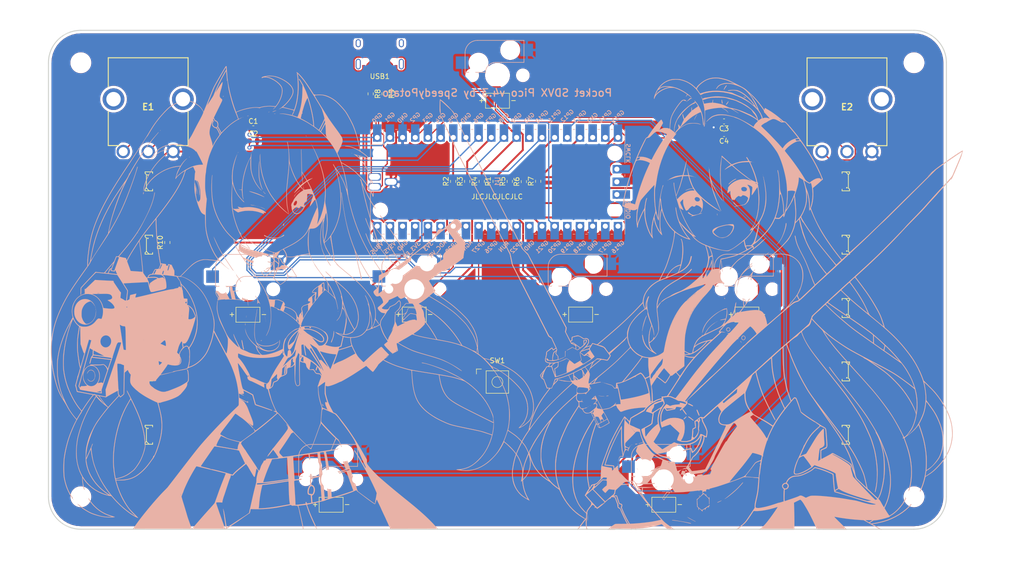
<source format=kicad_pcb>
(kicad_pcb (version 20171130) (host pcbnew "(5.1.10)-1")
  (layers (0 F.Cu signal) (31 B.Cu signal) (34 B.Paste user) (35 F.Paste user) (36 B.SilkS user) (37 F.SilkS user) (38 B.Mask user) (39 F.Mask user) (44 Edge.Cuts user))
  (net 0 "")
  (net 1 GND)
  (net 2 "Net-(MX1-Pad3)")
  (net 3 "Net-(MX1-Pad1)")
  (net 4 "Net-(MX2-Pad3)")
  (net 5 "Net-(MX2-Pad1)")
  (net 6 "Net-(MX3-Pad3)")
  (net 7 "Net-(MX3-Pad1)")
  (net 8 "Net-(MX4-Pad3)")
  (net 9 "Net-(MX4-Pad1)")
  (net 10 "Net-(MX5-Pad3)")
  (net 11 "Net-(MX5-Pad1)")
  (net 12 "Net-(MX6-Pad3)")
  (net 13 "Net-(MX6-Pad1)")
  (net 14 "Net-(MX7-Pad3)")
  (net 15 "Net-(MX7-Pad1)")
  (net 16 "Net-(R1-Pad2)")
  (net 17 "Net-(R2-Pad2)")
  (net 18 "Net-(R3-Pad2)")
  (net 19 "Net-(R4-Pad2)")
  (net 20 "Net-(R5-Pad2)")
  (net 21 "Net-(R6-Pad2)")
  (net 22 "Net-(R7-Pad2)")
  (net 23 "Net-(U1-Pad43)")
  (net 24 "Net-(U1-Pad42)")
  (net 25 "Net-(U1-Pad41)")
  (net 26 "Net-(U1-Pad21)")
  (net 27 "Net-(U1-Pad22)")
  (net 28 "Net-(U1-Pad24)")
  (net 29 "Net-(U1-Pad25)")
  (net 30 "Net-(U1-Pad28)")
  (net 31 "Net-(U1-Pad29)")
  (net 32 "Net-(U1-Pad30)")
  (net 33 "Net-(U1-Pad31)")
  (net 34 "Net-(U1-Pad33)")
  (net 35 "Net-(U1-Pad35)")
  (net 36 "Net-(U1-Pad36)")
  (net 37 "Net-(U1-Pad37)")
  (net 38 "Net-(U1-Pad38)")
  (net 39 "Net-(U1-Pad39)")
  (net 40 "Net-(U1-Pad18)")
  (net 41 "Net-(U1-Pad13)")
  (net 42 "Net-(U1-Pad8)")
  (net 43 "Net-(R8-Pad1)")
  (net 44 "Net-(R9-Pad1)")
  (net 45 "Net-(U1-PadTP2)")
  (net 46 "Net-(U1-PadTP3)")
  (net 47 +5V)
  (net 48 "Net-(USB1-Pad13)")
  (net 49 "Net-(USB1-Pad3)")
  (net 50 "Net-(USB1-Pad9)")
  (net 51 "Net-(R10-Pad1)")
  (net 52 "Net-(E1-PadMH2)")
  (net 53 "Net-(E1-PadMH1)")
  (net 54 "Net-(E2-PadMH2)")
  (net 55 "Net-(E2-PadMH1)")
  (net 56 "Net-(LED1-Pad3)")
  (net 57 "Net-(LED1-Pad1)")
  (net 58 "Net-(LED2-Pad3)")
  (net 59 "Net-(LED3-Pad3)")
  (net 60 "Net-(LED4-Pad3)")
  (net 61 "Net-(LED5-Pad3)")
  (net 62 "Net-(LED6-Pad3)")
  (net 63 "Net-(LED7-Pad3)")
  (net 64 "Net-(LED8-Pad3)")
  (net 65 "Net-(LED10-Pad1)")
  (net 66 "Net-(LED10-Pad3)")
  (net 67 "Net-(SW1-Pad1)")
  (net 68 "Net-(C1-Pad1)")
  (net 69 "Net-(C2-Pad1)")
  (net 70 "Net-(C3-Pad1)")
  (net 71 "Net-(C4-Pad1)")
  (module PEC16-4015F-N0024:PEC16-4015F-N0024-millmax (layer F.Cu) (at 211.13 72.79)
    (fp_text reference E2 (at 5 -8.95) (layer F.SilkS) (effects (font (size 1.27 1.27) (thickness 0.254))))
    (fp_text value PEC16-4015F-N0024 hide)
    (pad MH2 thru_hole circle (at 11.95 -10.5) (size 4.35 4.35) (drill 2.9) (layers *.Cu *.Mask) (net 54 "Net-(E2-PadMH2)"))
    (pad MH1 thru_hole circle (at -1.95 -10.5) (size 4.35 4.35) (drill 2.9) (layers *.Cu *.Mask) (net 55 "Net-(E2-PadMH1)"))
    (pad C1 thru_hole circle (at 10 0) (size 2.68 2.68) (drill 1.803) (layers *.Cu *.Mask) (net 1 GND))
    (pad B1 thru_hole circle (at 5 0) (size 2.68 2.68) (drill 1.803) (layers *.Cu *.Mask) (net 71 "Net-(C4-Pad1)"))
    (pad A1 thru_hole circle (at 0 0) (size 2.68 2.68) (drill 1.803) (layers *.Cu *.Mask) (net 70 "Net-(C3-Pad1)"))
  )
  (module PEC16-4015F-N0024:PEC16-4015F-N0024-millmax (layer F.Cu) (at 71.06 72.77)
    (fp_text reference E1 (at 5 -8.95) (layer F.SilkS) (effects (font (size 1.27 1.27) (thickness 0.254))))
    (fp_text value PEC16-4015F-N0024 hide)
    (pad MH2 thru_hole circle (at 11.95 -10.5) (size 4.35 4.35) (drill 2.9) (layers *.Cu *.Mask) (net 52 "Net-(E1-PadMH2)"))
    (pad MH1 thru_hole circle (at -1.95 -10.5) (size 4.35 4.35) (drill 2.9) (layers *.Cu *.Mask) (net 53 "Net-(E1-PadMH1)"))
    (pad C1 thru_hole circle (at 10 0) (size 2.68 2.68) (drill 1.803) (layers *.Cu *.Mask) (net 1 GND))
    (pad B1 thru_hole circle (at 5 0) (size 2.68 2.68) (drill 1.803) (layers *.Cu *.Mask) (net 69 "Net-(C2-Pad1)"))
    (pad A1 thru_hole circle (at 0 0) (size 2.68 2.68) (drill 1.803) (layers *.Cu *.Mask) (net 68 "Net-(C1-Pad1)"))
  )
  (module WS2812B-4020:WS2812B-4020 (layer F.Cu) (at 215.9 78.74 270)
    (fp_text reference LED10)
    (fp_text value WS2812B-4020)
    (pad 4 smd roundrect (at -1.275 0.65 270) (size 0.44 1.5) (layers F.Cu F.Paste F.Mask) (net 1 GND))
    (pad 3 smd roundrect (at -0.425 0.65 270) (size 0.44 1.5) (layers F.Cu F.Paste F.Mask) (net 66 "Net-(LED10-Pad3)"))
    (pad 2 smd roundrect (at 0.425 0.65 270) (size 0.44 1.5) (layers F.Cu F.Paste F.Mask) (net 47 +5V))
    (pad 1 smd roundrect (at 1.275 0.65 270) (size 0.44 1.5) (layers F.Cu F.Paste F.Mask) (net 65 "Net-(LED10-Pad1)"))
  )
  (module WS2812B-4020:WS2812B-4020 (layer F.Cu) (at 215.9 91.44 270)
    (fp_text reference LED9)
    (fp_text value WS2812B-4020)
    (pad 4 smd roundrect (at -1.275 0.65 270) (size 0.44 1.5) (layers F.Cu F.Paste F.Mask) (net 1 GND))
    (pad 3 smd roundrect (at -0.425 0.65 270) (size 0.44 1.5) (layers F.Cu F.Paste F.Mask) (net 65 "Net-(LED10-Pad1)"))
    (pad 2 smd roundrect (at 0.425 0.65 270) (size 0.44 1.5) (layers F.Cu F.Paste F.Mask) (net 47 +5V))
    (pad 1 smd roundrect (at 1.275 0.65 270) (size 0.44 1.5) (layers F.Cu F.Paste F.Mask) (net 64 "Net-(LED8-Pad3)"))
  )
  (module WS2812B-4020:WS2812B-4020 (layer F.Cu) (at 215.9 104.14 270)
    (fp_text reference LED8)
    (fp_text value WS2812B-4020)
    (pad 4 smd roundrect (at -1.275 0.65 270) (size 0.44 1.5) (layers F.Cu F.Paste F.Mask) (net 1 GND))
    (pad 3 smd roundrect (at -0.425 0.65 270) (size 0.44 1.5) (layers F.Cu F.Paste F.Mask) (net 64 "Net-(LED8-Pad3)"))
    (pad 2 smd roundrect (at 0.425 0.65 270) (size 0.44 1.5) (layers F.Cu F.Paste F.Mask) (net 47 +5V))
    (pad 1 smd roundrect (at 1.275 0.65 270) (size 0.44 1.5) (layers F.Cu F.Paste F.Mask) (net 63 "Net-(LED7-Pad3)"))
  )
  (module WS2812B-4020:WS2812B-4020 (layer F.Cu) (at 215.9 116.84 270)
    (fp_text reference LED7)
    (fp_text value WS2812B-4020)
    (pad 4 smd roundrect (at -1.275 0.65 270) (size 0.44 1.5) (layers F.Cu F.Paste F.Mask) (net 1 GND))
    (pad 3 smd roundrect (at -0.425 0.65 270) (size 0.44 1.5) (layers F.Cu F.Paste F.Mask) (net 63 "Net-(LED7-Pad3)"))
    (pad 2 smd roundrect (at 0.425 0.65 270) (size 0.44 1.5) (layers F.Cu F.Paste F.Mask) (net 47 +5V))
    (pad 1 smd roundrect (at 1.275 0.65 270) (size 0.44 1.5) (layers F.Cu F.Paste F.Mask) (net 62 "Net-(LED6-Pad3)"))
  )
  (module WS2812B-4020:WS2812B-4020 (layer F.Cu) (at 215.9 129.54 270)
    (fp_text reference LED6)
    (fp_text value WS2812B-4020)
    (pad 4 smd roundrect (at -1.275 0.65 270) (size 0.44 1.5) (layers F.Cu F.Paste F.Mask) (net 1 GND))
    (pad 3 smd roundrect (at -0.425 0.65 270) (size 0.44 1.5) (layers F.Cu F.Paste F.Mask) (net 62 "Net-(LED6-Pad3)"))
    (pad 2 smd roundrect (at 0.425 0.65 270) (size 0.44 1.5) (layers F.Cu F.Paste F.Mask) (net 47 +5V))
    (pad 1 smd roundrect (at 1.275 0.65 270) (size 0.44 1.5) (layers F.Cu F.Paste F.Mask) (net 61 "Net-(LED5-Pad3)"))
  )
  (module WS2812B-4020:WS2812B-4020 (layer F.Cu) (at 76.2 129.54 90)
    (fp_text reference LED5)
    (fp_text value WS2812B-4020)
    (pad 4 smd roundrect (at -1.275 0.65 90) (size 0.44 1.5) (layers F.Cu F.Paste F.Mask) (net 1 GND))
    (pad 3 smd roundrect (at -0.425 0.65 90) (size 0.44 1.5) (layers F.Cu F.Paste F.Mask) (net 61 "Net-(LED5-Pad3)"))
    (pad 2 smd roundrect (at 0.425 0.65 90) (size 0.44 1.5) (layers F.Cu F.Paste F.Mask) (net 47 +5V))
    (pad 1 smd roundrect (at 1.275 0.65 90) (size 0.44 1.5) (layers F.Cu F.Paste F.Mask) (net 60 "Net-(LED4-Pad3)"))
  )
  (module WS2812B-4020:WS2812B-4020 (layer F.Cu) (at 76.2 116.84 90)
    (fp_text reference LED4)
    (fp_text value WS2812B-4020)
    (pad 4 smd roundrect (at -1.275 0.65 90) (size 0.44 1.5) (layers F.Cu F.Paste F.Mask) (net 1 GND))
    (pad 3 smd roundrect (at -0.425 0.65 90) (size 0.44 1.5) (layers F.Cu F.Paste F.Mask) (net 60 "Net-(LED4-Pad3)"))
    (pad 2 smd roundrect (at 0.425 0.65 90) (size 0.44 1.5) (layers F.Cu F.Paste F.Mask) (net 47 +5V))
    (pad 1 smd roundrect (at 1.275 0.65 90) (size 0.44 1.5) (layers F.Cu F.Paste F.Mask) (net 59 "Net-(LED3-Pad3)"))
  )
  (module WS2812B-4020:WS2812B-4020 (layer F.Cu) (at 76.2 104.14 90)
    (fp_text reference LED3)
    (fp_text value WS2812B-4020)
    (pad 4 smd roundrect (at -1.275 0.65 90) (size 0.44 1.5) (layers F.Cu F.Paste F.Mask) (net 1 GND))
    (pad 3 smd roundrect (at -0.425 0.65 90) (size 0.44 1.5) (layers F.Cu F.Paste F.Mask) (net 59 "Net-(LED3-Pad3)"))
    (pad 2 smd roundrect (at 0.425 0.65 90) (size 0.44 1.5) (layers F.Cu F.Paste F.Mask) (net 47 +5V))
    (pad 1 smd roundrect (at 1.275 0.65 90) (size 0.44 1.5) (layers F.Cu F.Paste F.Mask) (net 58 "Net-(LED2-Pad3)"))
  )
  (module WS2812B-4020:WS2812B-4020 (layer F.Cu) (at 76.2 91.44 90)
    (fp_text reference LED2)
    (fp_text value WS2812B-4020)
    (pad 4 smd roundrect (at -1.275 0.65 90) (size 0.44 1.5) (layers F.Cu F.Paste F.Mask) (net 1 GND))
    (pad 3 smd roundrect (at -0.425 0.65 90) (size 0.44 1.5) (layers F.Cu F.Paste F.Mask) (net 58 "Net-(LED2-Pad3)"))
    (pad 2 smd roundrect (at 0.425 0.65 90) (size 0.44 1.5) (layers F.Cu F.Paste F.Mask) (net 47 +5V))
    (pad 1 smd roundrect (at 1.275 0.65 90) (size 0.44 1.5) (layers F.Cu F.Paste F.Mask) (net 56 "Net-(LED1-Pad3)"))
  )
  (module WS2812B-4020:WS2812B-4020 (layer F.Cu) (at 76.2 78.74 90)
    (fp_text reference LED1)
    (fp_text value WS2812B-4020)
    (pad 4 smd roundrect (at -1.275 0.65 90) (size 0.44 1.5) (layers F.Cu F.Paste F.Mask) (net 1 GND))
    (pad 3 smd roundrect (at -0.425 0.65 90) (size 0.44 1.5) (layers F.Cu F.Paste F.Mask) (net 56 "Net-(LED1-Pad3)"))
    (pad 2 smd roundrect (at 0.425 0.65 90) (size 0.44 1.5) (layers F.Cu F.Paste F.Mask) (net 47 +5V))
    (pad 1 smd roundrect (at 1.275 0.65 90) (size 0.44 1.5) (layers F.Cu F.Paste F.Mask) (net 57 "Net-(LED1-Pad1)"))
  )
  (module MX_Only:MXOnly-1.5U-Hotswap-LED-SMD (layer F.Cu) (at 179.41 138.47)
    (fp_text reference MX7)
    (fp_text value MX-LED-R)
    (fp_text user - (at 3.2 5) (layer F.SilkS))
    (fp_text user + (at -3.2 5) (layer F.SilkS))
    (pad "" np_thru_hole circle (at 2.54 -5.08) (size 3 3) (drill 3) (layers *.Cu *.Mask))
    (pad "" np_thru_hole circle (at -3.81 -2.54) (size 3 3) (drill 3) (layers *.Cu *.Mask))
    (pad 2 smd rect (at 5.842 -5.08) (size 2.55 2.5) (layers B.Cu B.Paste B.Mask) (net 1 GND))
    (pad "" np_thru_hole circle (at 5.08 0 48.0996) (size 1.75 1.75) (drill 1.75) (layers *.Cu *.Mask))
    (pad "" np_thru_hole circle (at -5.08 0 48.0996) (size 1.75 1.75) (drill 1.75) (layers *.Cu *.Mask))
    (pad 1 smd rect (at -7.085 -2.54) (size 2.55 2.5) (layers B.Cu B.Paste B.Mask) (net 15 "Net-(MX7-Pad1)"))
    (pad "" np_thru_hole circle (at 0 0) (size 3.9878 3.9878) (drill 3.9878) (layers *.Cu *.Mask))
    (pad 3 smd rect (at -1.5 5.08) (size 1.5 2.6) (layers F.Cu F.Paste F.Mask) (net 14 "Net-(MX7-Pad3)"))
    (pad 4 smd rect (at 1.5 5.08) (size 1.5 2.6) (layers F.Cu F.Paste F.Mask) (net 1 GND))
  )
  (module MX_Only:MXOnly-1.5U-Hotswap-LED-SMD (layer F.Cu) (at 112.73 138.47)
    (fp_text reference MX6)
    (fp_text value MX-LED-R)
    (fp_text user - (at 3.2 5) (layer F.SilkS))
    (fp_text user + (at -3.2 5) (layer F.SilkS))
    (pad "" np_thru_hole circle (at 2.54 -5.08) (size 3 3) (drill 3) (layers *.Cu *.Mask))
    (pad "" np_thru_hole circle (at -3.81 -2.54) (size 3 3) (drill 3) (layers *.Cu *.Mask))
    (pad 2 smd rect (at 5.842 -5.08) (size 2.55 2.5) (layers B.Cu B.Paste B.Mask) (net 1 GND))
    (pad "" np_thru_hole circle (at 5.08 0 48.0996) (size 1.75 1.75) (drill 1.75) (layers *.Cu *.Mask))
    (pad "" np_thru_hole circle (at -5.08 0 48.0996) (size 1.75 1.75) (drill 1.75) (layers *.Cu *.Mask))
    (pad 1 smd rect (at -7.085 -2.54) (size 2.55 2.5) (layers B.Cu B.Paste B.Mask) (net 13 "Net-(MX6-Pad1)"))
    (pad "" np_thru_hole circle (at 0 0) (size 3.9878 3.9878) (drill 3.9878) (layers *.Cu *.Mask))
    (pad 3 smd rect (at -1.5 5.08) (size 1.5 2.6) (layers F.Cu F.Paste F.Mask) (net 12 "Net-(MX6-Pad3)"))
    (pad 4 smd rect (at 1.5 5.08) (size 1.5 2.6) (layers F.Cu F.Paste F.Mask) (net 1 GND))
  )
  (module MX_Only:MXOnly-1.5U-Hotswap-LED-SMD (layer F.Cu) (at 196.07 100.35)
    (fp_text reference MX5)
    (fp_text value MX-LED)
    (fp_text user - (at 3.2 5) (layer F.SilkS))
    (fp_text user + (at -3.2 5) (layer F.SilkS))
    (pad "" np_thru_hole circle (at 2.54 -5.08) (size 3 3) (drill 3) (layers *.Cu *.Mask))
    (pad "" np_thru_hole circle (at -3.81 -2.54) (size 3 3) (drill 3) (layers *.Cu *.Mask))
    (pad 2 smd rect (at 5.842 -5.08) (size 2.55 2.5) (layers B.Cu B.Paste B.Mask) (net 1 GND))
    (pad "" np_thru_hole circle (at 5.08 0 48.0996) (size 1.75 1.75) (drill 1.75) (layers *.Cu *.Mask))
    (pad "" np_thru_hole circle (at -5.08 0 48.0996) (size 1.75 1.75) (drill 1.75) (layers *.Cu *.Mask))
    (pad 1 smd rect (at -7.085 -2.54) (size 2.55 2.5) (layers B.Cu B.Paste B.Mask) (net 11 "Net-(MX5-Pad1)"))
    (pad "" np_thru_hole circle (at 0 0) (size 3.9878 3.9878) (drill 3.9878) (layers *.Cu *.Mask))
    (pad 3 smd rect (at -1.5 5.08) (size 1.5 2.6) (layers F.Cu F.Paste F.Mask) (net 10 "Net-(MX5-Pad3)"))
    (pad 4 smd rect (at 1.5 5.08) (size 1.5 2.6) (layers F.Cu F.Paste F.Mask) (net 1 GND))
  )
  (module MX_Only:MXOnly-1.5U-Hotswap-LED-SMD (layer F.Cu) (at 162.74 100.35)
    (fp_text reference MX4)
    (fp_text value MX-LED)
    (fp_text user - (at 3.2 5) (layer F.SilkS))
    (fp_text user + (at -3.2 5) (layer F.SilkS))
    (pad "" np_thru_hole circle (at 2.54 -5.08) (size 3 3) (drill 3) (layers *.Cu *.Mask))
    (pad "" np_thru_hole circle (at -3.81 -2.54) (size 3 3) (drill 3) (layers *.Cu *.Mask))
    (pad 2 smd rect (at 5.842 -5.08) (size 2.55 2.5) (layers B.Cu B.Paste B.Mask) (net 1 GND))
    (pad "" np_thru_hole circle (at 5.08 0 48.0996) (size 1.75 1.75) (drill 1.75) (layers *.Cu *.Mask))
    (pad "" np_thru_hole circle (at -5.08 0 48.0996) (size 1.75 1.75) (drill 1.75) (layers *.Cu *.Mask))
    (pad 1 smd rect (at -7.085 -2.54) (size 2.55 2.5) (layers B.Cu B.Paste B.Mask) (net 9 "Net-(MX4-Pad1)"))
    (pad "" np_thru_hole circle (at 0 0) (size 3.9878 3.9878) (drill 3.9878) (layers *.Cu *.Mask))
    (pad 3 smd rect (at -1.5 5.08) (size 1.5 2.6) (layers F.Cu F.Paste F.Mask) (net 8 "Net-(MX4-Pad3)"))
    (pad 4 smd rect (at 1.5 5.08) (size 1.5 2.6) (layers F.Cu F.Paste F.Mask) (net 1 GND))
  )
  (module MX_Only:MXOnly-1.5U-Hotswap-LED-SMD (layer F.Cu) (at 129.39 100.35)
    (fp_text reference MX3)
    (fp_text value MX-LED)
    (fp_text user - (at 3.2 5) (layer F.SilkS))
    (fp_text user + (at -3.2 5) (layer F.SilkS))
    (pad "" np_thru_hole circle (at 2.54 -5.08) (size 3 3) (drill 3) (layers *.Cu *.Mask))
    (pad "" np_thru_hole circle (at -3.81 -2.54) (size 3 3) (drill 3) (layers *.Cu *.Mask))
    (pad 2 smd rect (at 5.842 -5.08) (size 2.55 2.5) (layers B.Cu B.Paste B.Mask) (net 1 GND))
    (pad "" np_thru_hole circle (at 5.08 0 48.0996) (size 1.75 1.75) (drill 1.75) (layers *.Cu *.Mask))
    (pad "" np_thru_hole circle (at -5.08 0 48.0996) (size 1.75 1.75) (drill 1.75) (layers *.Cu *.Mask))
    (pad 1 smd rect (at -7.085 -2.54) (size 2.55 2.5) (layers B.Cu B.Paste B.Mask) (net 7 "Net-(MX3-Pad1)"))
    (pad "" np_thru_hole circle (at 0 0) (size 3.9878 3.9878) (drill 3.9878) (layers *.Cu *.Mask))
    (pad 3 smd rect (at -1.5 5.08) (size 1.5 2.6) (layers F.Cu F.Paste F.Mask) (net 6 "Net-(MX3-Pad3)"))
    (pad 4 smd rect (at 1.5 5.08) (size 1.5 2.6) (layers F.Cu F.Paste F.Mask) (net 1 GND))
  )
  (module MX_Only:MXOnly-1.5U-Hotswap-LED-SMD (layer F.Cu) (at 96.05 100.38)
    (fp_text reference MX2)
    (fp_text value MX-LED)
    (fp_text user - (at 3.2 5) (layer F.SilkS))
    (fp_text user + (at -3.2 5) (layer F.SilkS))
    (pad "" np_thru_hole circle (at 2.54 -5.08) (size 3 3) (drill 3) (layers *.Cu *.Mask))
    (pad "" np_thru_hole circle (at -3.81 -2.54) (size 3 3) (drill 3) (layers *.Cu *.Mask))
    (pad 2 smd rect (at 5.842 -5.08) (size 2.55 2.5) (layers B.Cu B.Paste B.Mask) (net 1 GND))
    (pad "" np_thru_hole circle (at 5.08 0 48.0996) (size 1.75 1.75) (drill 1.75) (layers *.Cu *.Mask))
    (pad "" np_thru_hole circle (at -5.08 0 48.0996) (size 1.75 1.75) (drill 1.75) (layers *.Cu *.Mask))
    (pad 1 smd rect (at -7.085 -2.54) (size 2.55 2.5) (layers B.Cu B.Paste B.Mask) (net 5 "Net-(MX2-Pad1)"))
    (pad "" np_thru_hole circle (at 0 0) (size 3.9878 3.9878) (drill 3.9878) (layers *.Cu *.Mask))
    (pad 3 smd rect (at -1.5 5.08) (size 1.5 2.6) (layers F.Cu F.Paste F.Mask) (net 4 "Net-(MX2-Pad3)"))
    (pad 4 smd rect (at 1.5 5.08) (size 1.5 2.6) (layers F.Cu F.Paste F.Mask) (net 1 GND))
  )
  (module MX_Only:MXOnly-1.5U-Hotswap-LED-SMD (layer F.Cu) (at 146.08 57.49)
    (fp_text reference MX1)
    (fp_text value MX-LED-B)
    (fp_text user - (at 3.2 5) (layer F.SilkS))
    (fp_text user + (at -3.2 5) (layer F.SilkS))
    (pad "" np_thru_hole circle (at 2.54 -5.08) (size 3 3) (drill 3) (layers *.Cu *.Mask))
    (pad "" np_thru_hole circle (at -3.81 -2.54) (size 3 3) (drill 3) (layers *.Cu *.Mask))
    (pad 2 smd rect (at 5.842 -5.08) (size 2.55 2.5) (layers B.Cu B.Paste B.Mask) (net 1 GND))
    (pad "" np_thru_hole circle (at 5.08 0 48.0996) (size 1.75 1.75) (drill 1.75) (layers *.Cu *.Mask))
    (pad "" np_thru_hole circle (at -5.08 0 48.0996) (size 1.75 1.75) (drill 1.75) (layers *.Cu *.Mask))
    (pad 1 smd rect (at -7.085 -2.54) (size 2.55 2.5) (layers B.Cu B.Paste B.Mask) (net 3 "Net-(MX1-Pad1)"))
    (pad "" np_thru_hole circle (at 0 0) (size 3.9878 3.9878) (drill 3.9878) (layers *.Cu *.Mask))
    (pad 3 smd rect (at -1.5 5.08) (size 1.5 2.6) (layers F.Cu F.Paste F.Mask) (net 2 "Net-(MX1-Pad3)"))
    (pad 4 smd rect (at 1.5 5.08) (size 1.5 2.6) (layers F.Cu F.Paste F.Mask) (net 1 GND))
  )
  (module Capacitor_SMD:C_0603_1608Metric (layer F.Cu) (at 191.49 69.24 180)
    (fp_text reference C4 (at 0 -1.43) (layer F.SilkS))
    (fp_text value 10nF)
    (pad 1 smd roundrect (at -0.775 0 180) (size 0.9 0.95) (layers F.Cu F.Paste F.Mask) (net 71 "Net-(C4-Pad1)"))
    (pad 2 smd roundrect (at 0.775 0 180) (size 0.9 0.95) (layers F.Cu F.Paste F.Mask) (net 1 GND))
  )
  (module Capacitor_SMD:C_0603_1608Metric (layer F.Cu) (at 191.49 66.73 180)
    (fp_text reference C3 (at 0 -1.43) (layer F.SilkS))
    (fp_text value 10nF)
    (pad 1 smd roundrect (at -0.775 0 180) (size 0.9 0.95) (layers F.Cu F.Paste F.Mask) (net 70 "Net-(C3-Pad1)"))
    (pad 2 smd roundrect (at 0.775 0 180) (size 0.9 0.95) (layers F.Cu F.Paste F.Mask) (net 1 GND))
  )
  (module Capacitor_SMD:C_0603_1608Metric (layer F.Cu) (at 97.13 70.63)
    (fp_text reference C2 (at 0 -1.43) (layer F.SilkS))
    (fp_text value 10nF)
    (pad 2 smd roundrect (at 0.775 0) (size 0.9 0.95) (layers F.Cu F.Paste F.Mask) (net 1 GND))
    (pad 1 smd roundrect (at -0.775 0) (size 0.9 0.95) (layers F.Cu F.Paste F.Mask) (net 69 "Net-(C2-Pad1)"))
  )
  (module Capacitor_SMD:C_0603_1608Metric (layer F.Cu) (at 97.13 68.12)
    (fp_text reference C1 (at 0 -1.43) (layer F.SilkS))
    (fp_text value 10nF)
    (pad 2 smd roundrect (at 0.775 0) (size 0.9 0.95) (layers F.Cu F.Paste F.Mask) (net 1 GND))
    (pad 1 smd roundrect (at -0.775 0) (size 0.9 0.95) (layers F.Cu F.Paste F.Mask) (net 68 "Net-(C1-Pad1)"))
  )
  (module rasis:rasis_comm (layer B.Cu) (at 187.96 99.74 180)
    (fp_text reference G*** hide)
    (fp_text value LOGO hide)
  )
  (module grace:grace_comm (layer B.Cu) (at 104.92 99.28 180)
    (fp_text reference G*** hide)
    (fp_text value LOGO hide)
  )
  (module K2-1102SP-C4SC-04:KAN4542-0701C (layer F.Cu) (at 146.05 118.97)
    (fp_text reference SW1 (at 0 -4.3) (layer F.SilkS))
    (fp_text value KAN4542-0701C)
    (pad 3 smd rect (at -2.925 1.5 180) (size 1.65 1.4) (layers F.Cu F.Paste F.Mask) (net 1 GND))
    (pad 4 smd rect (at 2.925 1.5 180) (size 1.65 1.4) (layers F.Cu F.Paste F.Mask) (net 1 GND))
    (pad 2 smd rect (at 2.925 -1.5 180) (size 1.65 1.4) (layers F.Cu F.Paste F.Mask) (net 67 "Net-(SW1-Pad1)"))
    (pad 1 smd rect (at -2.925 -1.5 180) (size 1.65 1.4) (layers F.Cu F.Paste F.Mask) (net 67 "Net-(SW1-Pad1)"))
  )
  (module MountingHole:MountingHole_3.2mm_M3 (layer F.Cu) (at 62.56 141.97)
    (fp_text reference REF**)
    (fp_text value MountingHole_3.2mm_M3)
    (pad 1 np_thru_hole circle (at 0 0) (size 3.2 3.2) (drill 3.2) (layers *.Cu *.Mask))
  )
  (module MountingHole:MountingHole_3.2mm_M3 (layer F.Cu) (at 62.56 54.97)
    (fp_text reference REF**)
    (fp_text value MountingHole_3.2mm_M3)
    (pad 1 np_thru_hole circle (at 0 0) (size 3.2 3.2) (drill 3.2) (layers *.Cu *.Mask))
  )
  (module MountingHole:MountingHole_3.2mm_M3 (layer F.Cu) (at 229.559999 141.97)
    (fp_text reference REF**)
    (fp_text value MountingHole_3.2mm_M3)
    (pad 1 np_thru_hole circle (at 0 0) (size 3.2 3.2) (drill 3.2) (layers *.Cu *.Mask))
  )
  (module MountingHole:MountingHole_3.2mm_M3 (layer F.Cu) (at 229.559999 54.97)
    (fp_text reference REF**)
    (fp_text value MountingHole_3.2mm_M3)
    (pad 1 np_thru_hole circle (at 0 0) (size 3.2 3.2) (drill 3.2) (layers *.Cu *.Mask))
  )
  (module Resistor_SMD:R_0603_1608Metric (layer F.Cu) (at 79.9 91 90)
    (fp_text reference R10 (at 0 -1.43 90) (layer F.SilkS))
    (fp_text value 220R)
    (pad 2 smd roundrect (at 0.825 0 90) (size 0.8 0.95) (layers F.Cu F.Paste F.Mask) (net 57 "Net-(LED1-Pad1)"))
    (pad 1 smd roundrect (at -0.825 0 90) (size 0.8 0.95) (layers F.Cu F.Paste F.Mask) (net 51 "Net-(R10-Pad1)"))
  )
  (module MCU_RaspberryPi_and_Boards:RPi_Pico_SMD_TH (layer B.Cu) (at 146.1 78.84 270)
    (fp_text reference U1 (at 0 0 90) (layer B.SilkS) (effects (justify mirror)))
    (fp_text value Pico)
    (fp_text user GP1 (at -12.9 21.6 225) (layer B.SilkS) (effects (font (size 0.8 0.8)) (justify mirror)))
    (fp_text user GP2 (at -12.9 16.51 225) (layer B.SilkS) (effects (font (size 0.8 0.8)) (justify mirror)))
    (fp_text user GP0 (at -12.8 24.13 225) (layer B.SilkS) (effects (font (size 0.8 0.8)) (justify mirror)))
    (fp_text user GP3 (at -12.8 13.97 225) (layer B.SilkS) (effects (font (size 0.8 0.8)) (justify mirror)))
    (fp_text user GP4 (at -12.8 11.43 225) (layer B.SilkS) (effects (font (size 0.8 0.8)) (justify mirror)))
    (fp_text user GP5 (at -12.8 8.89 225) (layer B.SilkS) (effects (font (size 0.8 0.8)) (justify mirror)))
    (fp_text user GP6 (at -12.8 3.81 225) (layer B.SilkS) (effects (font (size 0.8 0.8)) (justify mirror)))
    (fp_text user GP7 (at -12.7 1.3 225) (layer B.SilkS) (effects (font (size 0.8 0.8)) (justify mirror)))
    (fp_text user GP8 (at -12.8 -1.27 225) (layer B.SilkS) (effects (font (size 0.8 0.8)) (justify mirror)))
    (fp_text user GP9 (at -12.8 -3.81 225) (layer B.SilkS) (effects (font (size 0.8 0.8)) (justify mirror)))
    (fp_text user GP10 (at -13.054 -8.89 225) (layer B.SilkS) (effects (font (size 0.8 0.8)) (justify mirror)))
    (fp_text user GP11 (at -13.2 -11.43 225) (layer B.SilkS) (effects (font (size 0.8 0.8)) (justify mirror)))
    (fp_text user GP12 (at -13.2 -13.97 225) (layer B.SilkS) (effects (font (size 0.8 0.8)) (justify mirror)))
    (fp_text user GP13 (at -13.054 -16.51 225) (layer B.SilkS) (effects (font (size 0.8 0.8)) (justify mirror)))
    (fp_text user GP14 (at -13.1 -21.59 225) (layer B.SilkS) (effects (font (size 0.8 0.8)) (justify mirror)))
    (fp_text user GP15 (at -13.054 -24.13 225) (layer B.SilkS) (effects (font (size 0.8 0.8)) (justify mirror)))
    (fp_text user GP16 (at 13.054 -24.13 225) (layer B.SilkS) (effects (font (size 0.8 0.8)) (justify mirror)))
    (fp_text user GP17 (at 13.054 -21.59 225) (layer B.SilkS) (effects (font (size 0.8 0.8)) (justify mirror)))
    (fp_text user GP18 (at 13.054 -16.51 225) (layer B.SilkS) (effects (font (size 0.8 0.8)) (justify mirror)))
    (fp_text user GP19 (at 13.054 -13.97 225) (layer B.SilkS) (effects (font (size 0.8 0.8)) (justify mirror)))
    (fp_text user GP20 (at 13.054 -11.43 225) (layer B.SilkS) (effects (font (size 0.8 0.8)) (justify mirror)))
    (fp_text user GP21 (at 13.054 -8.9 225) (layer B.SilkS) (effects (font (size 0.8 0.8)) (justify mirror)))
    (fp_text user GP22 (at 13.054 -3.81 225) (layer B.SilkS) (effects (font (size 0.8 0.8)) (justify mirror)))
    (fp_text user RUN (at 13 -1.27 225) (layer B.SilkS) (effects (font (size 0.8 0.8)) (justify mirror)))
    (fp_text user GP26 (at 13.054 1.27 225) (layer B.SilkS) (effects (font (size 0.8 0.8)) (justify mirror)))
    (fp_text user GP27 (at 13.054 3.8 225) (layer B.SilkS) (effects (font (size 0.8 0.8)) (justify mirror)))
    (fp_text user GP28 (at 13.054 9.144 225) (layer B.SilkS) (effects (font (size 0.8 0.8)) (justify mirror)))
    (fp_text user ADC_VREF (at 14 12.5 225) (layer B.SilkS) (effects (font (size 0.8 0.8)) (justify mirror)))
    (fp_text user 3V3 (at 12.9 13.9 225) (layer B.SilkS) (effects (font (size 0.8 0.8)) (justify mirror)))
    (fp_text user 3V3_EN (at 13.7 17.2 225) (layer B.SilkS) (effects (font (size 0.8 0.8)) (justify mirror)))
    (fp_text user VSYS (at 13.2 21.59 225) (layer B.SilkS) (effects (font (size 0.8 0.8)) (justify mirror)))
    (fp_text user VBUS (at 13.3 24.2 225) (layer B.SilkS) (effects (font (size 0.8 0.8)) (justify mirror)))
    (fp_text user GND (at -12.8 19.05 225) (layer B.SilkS) (effects (font (size 0.8 0.8)) (justify mirror)))
    (fp_text user GND (at -12.8 6.35 225) (layer B.SilkS) (effects (font (size 0.8 0.8)) (justify mirror)))
    (fp_text user GND (at -12.8 -6.35 225) (layer B.SilkS) (effects (font (size 0.8 0.8)) (justify mirror)))
    (fp_text user GND (at -12.8 -19.05 225) (layer B.SilkS) (effects (font (size 0.8 0.8)) (justify mirror)))
    (fp_text user GND (at 12.8 -19.05 225) (layer B.SilkS) (effects (font (size 0.8 0.8)) (justify mirror)))
    (fp_text user GND (at 12.8 -6.35 225) (layer B.SilkS) (effects (font (size 0.8 0.8)) (justify mirror)))
    (fp_text user GND (at 12.8 19.05 225) (layer B.SilkS) (effects (font (size 0.8 0.8)) (justify mirror)))
    (fp_text user AGND (at 13.054 6.35 225) (layer B.SilkS) (effects (font (size 0.8 0.8)) (justify mirror)))
    (fp_text user SWCLK (at -5.7 -26.2 90) (layer B.SilkS) (effects (font (size 0.8 0.8)) (justify mirror)))
    (fp_text user SWDIO (at 5.6 -26.2 90) (layer B.SilkS) (effects (font (size 0.8 0.8)) (justify mirror)))
    (pad 1 thru_hole oval (at -8.89 24.13 270) (size 1.7 1.7) (drill 1.02) (layers *.Cu *.Mask) (net 68 "Net-(C1-Pad1)"))
    (pad 2 thru_hole oval (at -8.89 21.59 270) (size 1.7 1.7) (drill 1.02) (layers *.Cu *.Mask) (net 69 "Net-(C2-Pad1)"))
    (pad 3 thru_hole rect (at -8.89 19.05 270) (size 1.7 1.7) (drill 1.02) (layers *.Cu *.Mask) (net 1 GND))
    (pad 4 thru_hole oval (at -8.89 16.51 270) (size 1.7 1.7) (drill 1.02) (layers *.Cu *.Mask) (net 70 "Net-(C3-Pad1)"))
    (pad 5 thru_hole oval (at -8.89 13.97 270) (size 1.7 1.7) (drill 1.02) (layers *.Cu *.Mask) (net 71 "Net-(C4-Pad1)"))
    (pad 6 thru_hole oval (at -8.89 11.43 270) (size 1.7 1.7) (drill 1.02) (layers *.Cu *.Mask) (net 5 "Net-(MX2-Pad1)"))
    (pad 7 thru_hole oval (at -8.89 8.89 270) (size 1.7 1.7) (drill 1.02) (layers *.Cu *.Mask) (net 17 "Net-(R2-Pad2)"))
    (pad 8 thru_hole rect (at -8.89 6.35 270) (size 1.7 1.7) (drill 1.02) (layers *.Cu *.Mask) (net 42 "Net-(U1-Pad8)"))
    (pad 9 thru_hole oval (at -8.89 3.81 270) (size 1.7 1.7) (drill 1.02) (layers *.Cu *.Mask) (net 7 "Net-(MX3-Pad1)"))
    (pad 10 thru_hole oval (at -8.89 1.27 270) (size 1.7 1.7) (drill 1.02) (layers *.Cu *.Mask) (net 18 "Net-(R3-Pad2)"))
    (pad 11 thru_hole oval (at -8.89 -1.27 270) (size 1.7 1.7) (drill 1.02) (layers *.Cu *.Mask) (net 9 "Net-(MX4-Pad1)"))
    (pad 12 thru_hole oval (at -8.89 -3.81 270) (size 1.7 1.7) (drill 1.02) (layers *.Cu *.Mask) (net 19 "Net-(R4-Pad2)"))
    (pad 13 thru_hole rect (at -8.89 -6.35 270) (size 1.7 1.7) (drill 1.02) (layers *.Cu *.Mask) (net 41 "Net-(U1-Pad13)"))
    (pad 14 thru_hole oval (at -8.89 -8.89 270) (size 1.7 1.7) (drill 1.02) (layers *.Cu *.Mask) (net 11 "Net-(MX5-Pad1)"))
    (pad 15 thru_hole oval (at -8.89 -11.43 270) (size 1.7 1.7) (drill 1.02) (layers *.Cu *.Mask) (net 20 "Net-(R5-Pad2)"))
    (pad 16 thru_hole oval (at -8.89 -13.97 270) (size 1.7 1.7) (drill 1.02) (layers *.Cu *.Mask) (net 13 "Net-(MX6-Pad1)"))
    (pad 17 thru_hole oval (at -8.89 -16.51 270) (size 1.7 1.7) (drill 1.02) (layers *.Cu *.Mask) (net 21 "Net-(R6-Pad2)"))
    (pad 18 thru_hole rect (at -8.89 -19.05 270) (size 1.7 1.7) (drill 1.02) (layers *.Cu *.Mask) (net 40 "Net-(U1-Pad18)"))
    (pad 19 thru_hole oval (at -8.89 -21.59 270) (size 1.7 1.7) (drill 1.02) (layers *.Cu *.Mask) (net 15 "Net-(MX7-Pad1)"))
    (pad 20 thru_hole oval (at -8.89 -24.13 270) (size 1.7 1.7) (drill 1.02) (layers *.Cu *.Mask) (net 22 "Net-(R7-Pad2)"))
    (pad 21 thru_hole oval (at 8.89 -24.13 270) (size 1.7 1.7) (drill 1.02) (layers *.Cu *.Mask) (net 26 "Net-(U1-Pad21)"))
    (pad 22 thru_hole oval (at 8.89 -21.59 270) (size 1.7 1.7) (drill 1.02) (layers *.Cu *.Mask) (net 27 "Net-(U1-Pad22)"))
    (pad 23 thru_hole rect (at 8.89 -19.05 270) (size 1.7 1.7) (drill 1.02) (layers *.Cu *.Mask) (net 1 GND))
    (pad 24 thru_hole oval (at 8.89 -16.51 270) (size 1.7 1.7) (drill 1.02) (layers *.Cu *.Mask) (net 28 "Net-(U1-Pad24)"))
    (pad 25 thru_hole oval (at 8.89 -13.97 270) (size 1.7 1.7) (drill 1.02) (layers *.Cu *.Mask) (net 29 "Net-(U1-Pad25)"))
    (pad 26 thru_hole oval (at 8.89 -11.43 270) (size 1.7 1.7) (drill 1.02) (layers *.Cu *.Mask) (net 3 "Net-(MX1-Pad1)"))
    (pad 27 thru_hole oval (at 8.89 -8.89 270) (size 1.7 1.7) (drill 1.02) (layers *.Cu *.Mask) (net 16 "Net-(R1-Pad2)"))
    (pad 28 thru_hole rect (at 8.89 -6.35 270) (size 1.7 1.7) (drill 1.02) (layers *.Cu *.Mask) (net 30 "Net-(U1-Pad28)"))
    (pad 29 thru_hole oval (at 8.89 -3.81 270) (size 1.7 1.7) (drill 1.02) (layers *.Cu *.Mask) (net 31 "Net-(U1-Pad29)"))
    (pad 30 thru_hole oval (at 8.89 -1.27 270) (size 1.7 1.7) (drill 1.02) (layers *.Cu *.Mask) (net 32 "Net-(U1-Pad30)"))
    (pad 31 thru_hole oval (at 8.89 1.27 270) (size 1.7 1.7) (drill 1.02) (layers *.Cu *.Mask) (net 33 "Net-(U1-Pad31)"))
    (pad 32 thru_hole oval (at 8.89 3.81 270) (size 1.7 1.7) (drill 1.02) (layers *.Cu *.Mask) (net 67 "Net-(SW1-Pad1)"))
    (pad 33 thru_hole rect (at 8.89 6.35 270) (size 1.7 1.7) (drill 1.02) (layers *.Cu *.Mask) (net 34 "Net-(U1-Pad33)"))
    (pad 34 thru_hole oval (at 8.89 8.89 270) (size 1.7 1.7) (drill 1.02) (layers *.Cu *.Mask) (net 51 "Net-(R10-Pad1)"))
    (pad 35 thru_hole oval (at 8.89 11.43 270) (size 1.7 1.7) (drill 1.02) (layers *.Cu *.Mask) (net 35 "Net-(U1-Pad35)"))
    (pad 36 thru_hole oval (at 8.89 13.97 270) (size 1.7 1.7) (drill 1.02) (layers *.Cu *.Mask) (net 36 "Net-(U1-Pad36)"))
    (pad 37 thru_hole oval (at 8.89 16.51 270) (size 1.7 1.7) (drill 1.02) (layers *.Cu *.Mask) (net 37 "Net-(U1-Pad37)"))
    (pad 38 thru_hole rect (at 8.89 19.05 270) (size 1.7 1.7) (drill 1.02) (layers *.Cu *.Mask) (net 38 "Net-(U1-Pad38)"))
    (pad 39 thru_hole oval (at 8.89 21.59 270) (size 1.7 1.7) (drill 1.02) (layers *.Cu *.Mask) (net 39 "Net-(U1-Pad39)"))
    (pad 40 thru_hole oval (at 8.89 24.13 270) (size 1.7 1.7) (drill 1.02) (layers *.Cu *.Mask) (net 47 +5V))
    (pad 1 smd rect (at -8.89 24.13 270) (size 3.5 1.7) (drill (offset -0.9 0)) (layers B.Cu B.Mask) (net 68 "Net-(C1-Pad1)"))
    (pad 2 smd rect (at -8.89 21.59 270) (size 3.5 1.7) (drill (offset -0.9 0)) (layers B.Cu B.Mask) (net 69 "Net-(C2-Pad1)"))
    (pad 3 smd rect (at -8.89 19.05 270) (size 3.5 1.7) (drill (offset -0.9 0)) (layers B.Cu B.Mask) (net 1 GND))
    (pad 4 smd rect (at -8.89 16.51 270) (size 3.5 1.7) (drill (offset -0.9 0)) (layers B.Cu B.Mask) (net 70 "Net-(C3-Pad1)"))
    (pad 5 smd rect (at -8.89 13.97 270) (size 3.5 1.7) (drill (offset -0.9 0)) (layers B.Cu B.Mask) (net 71 "Net-(C4-Pad1)"))
    (pad 6 smd rect (at -8.89 11.43 270) (size 3.5 1.7) (drill (offset -0.9 0)) (layers B.Cu B.Mask) (net 5 "Net-(MX2-Pad1)"))
    (pad 7 smd rect (at -8.89 8.89 270) (size 3.5 1.7) (drill (offset -0.9 0)) (layers B.Cu B.Mask) (net 17 "Net-(R2-Pad2)"))
    (pad 8 smd rect (at -8.89 6.35 270) (size 3.5 1.7) (drill (offset -0.9 0)) (layers B.Cu B.Mask) (net 42 "Net-(U1-Pad8)"))
    (pad 9 smd rect (at -8.89 3.81 270) (size 3.5 1.7) (drill (offset -0.9 0)) (layers B.Cu B.Mask) (net 7 "Net-(MX3-Pad1)"))
    (pad 10 smd rect (at -8.89 1.27 270) (size 3.5 1.7) (drill (offset -0.9 0)) (layers B.Cu B.Mask) (net 18 "Net-(R3-Pad2)"))
    (pad 11 smd rect (at -8.89 -1.27 270) (size 3.5 1.7) (drill (offset -0.9 0)) (layers B.Cu B.Mask) (net 9 "Net-(MX4-Pad1)"))
    (pad 12 smd rect (at -8.89 -3.81 270) (size 3.5 1.7) (drill (offset -0.9 0)) (layers B.Cu B.Mask) (net 19 "Net-(R4-Pad2)"))
    (pad 13 smd rect (at -8.89 -6.35 270) (size 3.5 1.7) (drill (offset -0.9 0)) (layers B.Cu B.Mask) (net 41 "Net-(U1-Pad13)"))
    (pad 14 smd rect (at -8.89 -8.89 270) (size 3.5 1.7) (drill (offset -0.9 0)) (layers B.Cu B.Mask) (net 11 "Net-(MX5-Pad1)"))
    (pad 15 smd rect (at -8.89 -11.43 270) (size 3.5 1.7) (drill (offset -0.9 0)) (layers B.Cu B.Mask) (net 20 "Net-(R5-Pad2)"))
    (pad 16 smd rect (at -8.89 -13.97 270) (size 3.5 1.7) (drill (offset -0.9 0)) (layers B.Cu B.Mask) (net 13 "Net-(MX6-Pad1)"))
    (pad 17 smd rect (at -8.89 -16.51 270) (size 3.5 1.7) (drill (offset -0.9 0)) (layers B.Cu B.Mask) (net 21 "Net-(R6-Pad2)"))
    (pad 18 smd rect (at -8.89 -19.05 270) (size 3.5 1.7) (drill (offset -0.9 0)) (layers B.Cu B.Mask) (net 40 "Net-(U1-Pad18)"))
    (pad 19 smd rect (at -8.89 -21.59 270) (size 3.5 1.7) (drill (offset -0.9 0)) (layers B.Cu B.Mask) (net 15 "Net-(MX7-Pad1)"))
    (pad 20 smd rect (at -8.89 -24.13 270) (size 3.5 1.7) (drill (offset -0.9 0)) (layers B.Cu B.Mask) (net 22 "Net-(R7-Pad2)"))
    (pad 40 smd rect (at 8.89 24.13 270) (size 3.5 1.7) (drill (offset 0.9 0)) (layers B.Cu B.Mask) (net 47 +5V))
    (pad 39 smd rect (at 8.89 21.59 270) (size 3.5 1.7) (drill (offset 0.9 0)) (layers B.Cu B.Mask) (net 39 "Net-(U1-Pad39)"))
    (pad 38 smd rect (at 8.89 19.05 270) (size 3.5 1.7) (drill (offset 0.9 0)) (layers B.Cu B.Mask) (net 38 "Net-(U1-Pad38)"))
    (pad 37 smd rect (at 8.89 16.51 270) (size 3.5 1.7) (drill (offset 0.9 0)) (layers B.Cu B.Mask) (net 37 "Net-(U1-Pad37)"))
    (pad 36 smd rect (at 8.89 13.97 270) (size 3.5 1.7) (drill (offset 0.9 0)) (layers B.Cu B.Mask) (net 36 "Net-(U1-Pad36)"))
    (pad 35 smd rect (at 8.89 11.43 270) (size 3.5 1.7) (drill (offset 0.9 0)) (layers B.Cu B.Mask) (net 35 "Net-(U1-Pad35)"))
    (pad 34 smd rect (at 8.89 8.89 270) (size 3.5 1.7) (drill (offset 0.9 0)) (layers B.Cu B.Mask) (net 51 "Net-(R10-Pad1)"))
    (pad 33 smd rect (at 8.89 6.35 270) (size 3.5 1.7) (drill (offset 0.9 0)) (layers B.Cu B.Mask) (net 34 "Net-(U1-Pad33)"))
    (pad 32 smd rect (at 8.89 3.81 270) (size 3.5 1.7) (drill (offset 0.9 0)) (layers B.Cu B.Mask) (net 67 "Net-(SW1-Pad1)"))
    (pad 31 smd rect (at 8.89 1.27 270) (size 3.5 1.7) (drill (offset 0.9 0)) (layers B.Cu B.Mask) (net 33 "Net-(U1-Pad31)"))
    (pad 30 smd rect (at 8.89 -1.27 270) (size 3.5 1.7) (drill (offset 0.9 0)) (layers B.Cu B.Mask) (net 32 "Net-(U1-Pad30)"))
    (pad 29 smd rect (at 8.89 -3.81 270) (size 3.5 1.7) (drill (offset 0.9 0)) (layers B.Cu B.Mask) (net 31 "Net-(U1-Pad29)"))
    (pad 28 smd rect (at 8.89 -6.35 270) (size 3.5 1.7) (drill (offset 0.9 0)) (layers B.Cu B.Mask) (net 30 "Net-(U1-Pad28)"))
    (pad 27 smd rect (at 8.89 -8.89 270) (size 3.5 1.7) (drill (offset 0.9 0)) (layers B.Cu B.Mask) (net 16 "Net-(R1-Pad2)"))
    (pad 26 smd rect (at 8.89 -11.43 270) (size 3.5 1.7) (drill (offset 0.9 0)) (layers B.Cu B.Mask) (net 3 "Net-(MX1-Pad1)"))
    (pad 25 smd rect (at 8.89 -13.97 270) (size 3.5 1.7) (drill (offset 0.9 0)) (layers B.Cu B.Mask) (net 29 "Net-(U1-Pad25)"))
    (pad 24 smd rect (at 8.89 -16.51 270) (size 3.5 1.7) (drill (offset 0.9 0)) (layers B.Cu B.Mask) (net 28 "Net-(U1-Pad24)"))
    (pad 23 smd rect (at 8.89 -19.05 270) (size 3.5 1.7) (drill (offset 0.9 0)) (layers B.Cu B.Mask) (net 1 GND))
    (pad 22 smd rect (at 8.89 -21.59 270) (size 3.5 1.7) (drill (offset 0.9 0)) (layers B.Cu B.Mask) (net 27 "Net-(U1-Pad22)"))
    (pad 21 smd rect (at 8.89 -24.13 270) (size 3.5 1.7) (drill (offset 0.9 0)) (layers B.Cu B.Mask) (net 26 "Net-(U1-Pad21)"))
    (pad 41 smd rect (at -2.54 -23.9 180) (size 3.5 1.7) (drill (offset -0.9 0)) (layers B.Cu B.Mask) (net 25 "Net-(U1-Pad41)"))
    (pad 41 thru_hole oval (at -2.54 -23.9 270) (size 1.7 1.7) (drill 1.02) (layers *.Cu *.Mask) (net 25 "Net-(U1-Pad41)"))
    (pad 42 smd rect (at 0 -23.9 180) (size 3.5 1.7) (drill (offset -0.9 0)) (layers B.Cu B.Mask) (net 24 "Net-(U1-Pad42)"))
    (pad 42 thru_hole rect (at 0 -23.9 270) (size 1.7 1.7) (drill 1.02) (layers *.Cu *.Mask) (net 24 "Net-(U1-Pad42)"))
    (pad 43 smd rect (at 2.54 -23.9 180) (size 3.5 1.7) (drill (offset -0.9 0)) (layers B.Cu B.Mask) (net 23 "Net-(U1-Pad43)"))
    (pad 43 thru_hole oval (at 2.54 -23.9 270) (size 1.7 1.7) (drill 1.02) (layers *.Cu *.Mask) (net 23 "Net-(U1-Pad43)"))
    (pad TP3 thru_hole roundrect (at -1 24.67 270) (size 1.5 2.5) (drill oval 1.2 2.2) (layers *.Cu *.Mask) (roundrect_rratio 0.2) (net 46 "Net-(U1-PadTP3)"))
    (pad TP2 thru_hole roundrect (at 1 24.65 270) (size 1.5 2.5) (drill oval 1.2 2.2) (layers *.Cu *.Mask) (roundrect_rratio 0.2) (net 45 "Net-(U1-PadTP2)"))
    (pad TP1 thru_hole roundrect (at 0 21.37 270) (size 1.5 2.5) (drill oval 1.2 2.2) (layers *.Cu *.Mask) (roundrect_rratio 0.2) (net 1 GND))
    (pad "" np_thru_hole circle (at -5.7 23.5 270) (size 2.1 2.1) (drill 2.1) (layers *.Cu *.Mask))
    (pad "" np_thru_hole circle (at 5.7 23.5 270) (size 2.1 2.1) (drill 2.1) (layers *.Cu *.Mask))
    (pad "" np_thru_hole circle (at -5.7 -23.5 270) (size 2.1 2.1) (drill 2.1) (layers *.Cu *.Mask))
    (pad "" np_thru_hole circle (at 5.7 -23.5 270) (size 2.1 2.1) (drill 2.1) (layers *.Cu *.Mask))
  )
  (module Resistor_SMD:R_0603_1608Metric (layer F.Cu) (at 145.7 78.75 270)
    (fp_text reference R1 (at 0 1.5 270) (layer F.SilkS))
    (fp_text value 220R)
    (pad 2 smd roundrect (at 0.825 0 270) (size 0.8 0.95) (layers F.Cu F.Paste F.Mask) (net 16 "Net-(R1-Pad2)"))
    (pad 1 smd roundrect (at -0.825 0 270) (size 0.8 0.95) (layers F.Cu F.Paste F.Mask) (net 2 "Net-(MX1-Pad3)"))
  )
  (module Type-C:HRO-TYPE-C-31-M-12-Assembly (layer F.Cu) (at 122.4838 48.4536 180)
    (fp_text reference USB1 (at 0 -9.25) (layer F.SilkS))
    (fp_text value HRO-TYPE-C-31-M-12)
    (pad 12 smd rect (at 3.225 -7.695 180) (size 0.6 1.45) (layers F.Cu F.Paste F.Mask) (net 1 GND))
    (pad 1 smd rect (at -3.225 -7.695 180) (size 0.6 1.45) (layers F.Cu F.Paste F.Mask) (net 1 GND))
    (pad 11 smd rect (at 2.45 -7.695 180) (size 0.6 1.45) (layers F.Cu F.Paste F.Mask) (net 47 +5V))
    (pad 2 smd rect (at -2.45 -7.695 180) (size 0.6 1.45) (layers F.Cu F.Paste F.Mask) (net 47 +5V))
    (pad 3 smd rect (at -1.75 -7.695 180) (size 0.3 1.45) (layers F.Cu F.Paste F.Mask) (net 49 "Net-(USB1-Pad3)"))
    (pad 10 smd rect (at 1.75 -7.695 180) (size 0.3 1.45) (layers F.Cu F.Paste F.Mask) (net 43 "Net-(R8-Pad1)"))
    (pad 4 smd rect (at -1.25 -7.695 180) (size 0.3 1.45) (layers F.Cu F.Paste F.Mask) (net 44 "Net-(R9-Pad1)"))
    (pad 9 smd rect (at 1.25 -7.695 180) (size 0.3 1.45) (layers F.Cu F.Paste F.Mask) (net 50 "Net-(USB1-Pad9)"))
    (pad 5 smd rect (at -0.75 -7.695 180) (size 0.3 1.45) (layers F.Cu F.Paste F.Mask) (net 45 "Net-(U1-PadTP2)"))
    (pad 8 smd rect (at 0.75 -7.695 180) (size 0.3 1.45) (layers F.Cu F.Paste F.Mask) (net 46 "Net-(U1-PadTP3)"))
    (pad 7 smd rect (at 0.25 -7.695 180) (size 0.3 1.45) (layers F.Cu F.Paste F.Mask) (net 45 "Net-(U1-PadTP2)"))
    (pad 6 smd rect (at -0.25 -7.695 180) (size 0.3 1.45) (layers F.Cu F.Paste F.Mask) (net 46 "Net-(U1-PadTP3)"))
    (pad "" np_thru_hole circle (at 2.89 -6.25 180) (size 0.65 0.65) (drill 0.65) (layers *.Cu *.Mask))
    (pad "" np_thru_hole circle (at -2.89 -6.25 180) (size 0.65 0.65) (drill 0.65) (layers *.Cu *.Mask))
    (pad 13 thru_hole oval (at -4.32 -6.78 180) (size 1 2.1) (drill oval 0.6 1.7) (layers *.Cu *.Mask) (net 48 "Net-(USB1-Pad13)"))
    (pad 13 thru_hole oval (at 4.32 -6.78 180) (size 1 2.1) (drill oval 0.6 1.7) (layers *.Cu *.Mask) (net 48 "Net-(USB1-Pad13)"))
    (pad 13 thru_hole oval (at -4.32 -2.6 180) (size 1 1.6) (drill oval 0.6 1.2) (layers *.Cu *.Mask) (net 48 "Net-(USB1-Pad13)"))
    (pad 13 thru_hole oval (at 4.32 -2.6 180) (size 1 1.6) (drill oval 0.6 1.2) (layers *.Cu *.Mask) (net 48 "Net-(USB1-Pad13)"))
  )
  (module Resistor_SMD:R_0603_1608Metric (layer F.Cu) (at 123.444 61.2008 270)
    (fp_text reference R9 (at 0 -1.43 90) (layer F.SilkS))
    (fp_text value 5K1)
    (pad 2 smd roundrect (at 0.825 0 270) (size 0.8 0.95) (layers F.Cu F.Paste F.Mask) (net 1 GND))
    (pad 1 smd roundrect (at -0.825 0 270) (size 0.8 0.95) (layers F.Cu F.Paste F.Mask) (net 44 "Net-(R9-Pad1)"))
  )
  (module Resistor_SMD:R_0603_1608Metric (layer F.Cu) (at 120.65 61.2008 270)
    (fp_text reference R8 (at 0 -1.43 90) (layer F.SilkS))
    (fp_text value 5K1)
    (pad 2 smd roundrect (at 0.825 0 270) (size 0.8 0.95) (layers F.Cu F.Paste F.Mask) (net 1 GND))
    (pad 1 smd roundrect (at -0.825 0 270) (size 0.8 0.95) (layers F.Cu F.Paste F.Mask) (net 43 "Net-(R8-Pad1)"))
  )
  (module Resistor_SMD:R_0603_1608Metric (layer F.Cu) (at 154.2288 78.7268 90)
    (fp_text reference R7 (at 0 -1.43 90) (layer F.SilkS))
    (fp_text value 220R)
    (pad 2 smd roundrect (at 0.825 0 90) (size 0.8 0.95) (layers F.Cu F.Paste F.Mask) (net 22 "Net-(R7-Pad2)"))
    (pad 1 smd roundrect (at -0.825 0 90) (size 0.8 0.95) (layers F.Cu F.Paste F.Mask) (net 14 "Net-(MX7-Pad3)"))
  )
  (module Resistor_SMD:R_0603_1608Metric (layer F.Cu) (at 151.36 78.8 90)
    (fp_text reference R6 (at 0 -1.43 90) (layer F.SilkS))
    (fp_text value 220R)
    (pad 2 smd roundrect (at 0.825 0 90) (size 0.8 0.95) (layers F.Cu F.Paste F.Mask) (net 21 "Net-(R6-Pad2)"))
    (pad 1 smd roundrect (at -0.825 0 90) (size 0.8 0.95) (layers F.Cu F.Paste F.Mask) (net 12 "Net-(MX6-Pad3)"))
  )
  (module Resistor_SMD:R_0603_1608Metric (layer F.Cu) (at 148.5392 78.7522 90)
    (fp_text reference R5 (at 0 -1.43 90) (layer F.SilkS))
    (fp_text value 220R)
    (pad 2 smd roundrect (at 0.825 0 90) (size 0.8 0.95) (layers F.Cu F.Paste F.Mask) (net 20 "Net-(R5-Pad2)"))
    (pad 1 smd roundrect (at -0.825 0 90) (size 0.8 0.95) (layers F.Cu F.Paste F.Mask) (net 10 "Net-(MX5-Pad3)"))
  )
  (module Resistor_SMD:R_0603_1608Metric (layer F.Cu) (at 142.92 78.75 90)
    (fp_text reference R4 (at 0 -1.43 90) (layer F.SilkS))
    (fp_text value 220R)
    (pad 2 smd roundrect (at 0.825 0 90) (size 0.8 0.95) (layers F.Cu F.Paste F.Mask) (net 19 "Net-(R4-Pad2)"))
    (pad 1 smd roundrect (at -0.825 0 90) (size 0.8 0.95) (layers F.Cu F.Paste F.Mask) (net 8 "Net-(MX4-Pad3)"))
  )
  (module Resistor_SMD:R_0603_1608Metric (layer F.Cu) (at 140.0048 78.7522 90)
    (fp_text reference R3 (at 0 -1.43 90) (layer F.SilkS))
    (fp_text value 220R)
    (pad 2 smd roundrect (at 0.825 0 90) (size 0.8 0.95) (layers F.Cu F.Paste F.Mask) (net 18 "Net-(R3-Pad2)"))
    (pad 1 smd roundrect (at -0.825 0 90) (size 0.8 0.95) (layers F.Cu F.Paste F.Mask) (net 6 "Net-(MX3-Pad3)"))
  )
  (module Resistor_SMD:R_0603_1608Metric (layer F.Cu) (at 137.1854 78.7522 90)
    (fp_text reference R2 (at 0 -1.43 90) (layer F.SilkS))
    (fp_text value 220R)
    (pad 2 smd roundrect (at 0.825 0 90) (size 0.8 0.95) (layers F.Cu F.Paste F.Mask) (net 17 "Net-(R2-Pad2)"))
    (pad 1 smd roundrect (at -0.825 0 90) (size 0.8 0.95) (layers F.Cu F.Paste F.Mask) (net 4 "Net-(MX2-Pad3)"))
  )
  (gr_text "Pocket SDVX Pico v4.3 by SpeedyPotato" (at 146 61) (layer B.SilkS) (effects (font (size 1.5 1.5) (thickness 0.25)) (justify mirror)))
  (gr_text JLCJLCJLCJLC (at 146 81.81) (layer F.SilkS) (effects (font (size 1 1))))
  (gr_line (start 236.06285 141.9726) (end 236.06285 54.9726) (layer Edge.Cuts) (width 0.2))
  (gr_arc (start 229.56285 141.9726) (end 229.56285 148.4726) (angle -90) (layer Edge.Cuts) (width 0.2))
  (gr_arc (start 229.56285 54.9726) (end 236.06285 54.9726) (angle -90) (layer Edge.Cuts) (width 0.2))
  (gr_line (start 62.562851 148.4726) (end 229.56285 148.4726) (layer Edge.Cuts) (width 0.2))
  (gr_line (start 56.062851 54.9726) (end 56.062851 141.9726) (layer Edge.Cuts) (width 0.2))
  (gr_arc (start 62.562851 54.9726) (end 62.562851 48.472601) (angle -90) (layer Edge.Cuts) (width 0.2))
  (gr_line (start 229.56285 48.472601) (end 62.562851 48.472601) (layer Edge.Cuts) (width 0.2))
  (gr_arc (start 62.562851 141.9726) (end 56.062851 141.9726) (angle -90) (layer Edge.Cuts) (width 0.2))
  (segment (start 126.23431 56.67411) (end 125.7088 56.1486) (width 0.381) (layer F.Cu) (net 1))
  (segment (start 127.172661 56.67411) (end 126.23431 56.67411) (width 0.381) (layer F.Cu) (net 1))
  (segment (start 127.69431 54.314739) (end 127.69431 56.152461) (width 0.381) (layer F.Cu) (net 1))
  (segment (start 127.172661 53.79309) (end 127.69431 54.314739) (width 0.381) (layer F.Cu) (net 1))
  (segment (start 117.794939 53.79309) (end 127.172661 53.79309) (width 0.381) (layer F.Cu) (net 1))
  (segment (start 117.27329 54.314739) (end 117.794939 53.79309) (width 0.381) (layer F.Cu) (net 1))
  (segment (start 117.27329 56.152461) (end 117.27329 54.314739) (width 0.381) (layer F.Cu) (net 1))
  (segment (start 127.69431 56.152461) (end 127.172661 56.67411) (width 0.381) (layer F.Cu) (net 1))
  (segment (start 117.794939 56.67411) (end 117.27329 56.152461) (width 0.381) (layer F.Cu) (net 1))
  (segment (start 118.73329 56.67411) (end 117.794939 56.67411) (width 0.381) (layer F.Cu) (net 1))
  (segment (start 119.2588 56.1486) (end 118.73329 56.67411) (width 0.381) (layer F.Cu) (net 1))
  (segment (start 125.750501 56.190301) (end 125.7088 56.1486) (width 0.381) (layer F.Cu) (net 1))
  (segment (start 124.73 78.84) (end 125.750501 77.819499) (width 0.381) (layer F.Cu) (net 1))
  (segment (start 123.444 62.0258) (end 125.70052 62.0258) (width 0.381) (layer F.Cu) (net 1))
  (segment (start 125.70052 62.0258) (end 125.750501 61.975819) (width 0.381) (layer F.Cu) (net 1))
  (segment (start 125.750501 64.206301) (end 125.750501 61.975819) (width 0.381) (layer F.Cu) (net 1))
  (segment (start 124.73 78.93653) (end 124.73 78.84) (width 0.381) (layer F.Cu) (net 1))
  (segment (start 120.21398 80.98051) (end 122.68602 80.98051) (width 0.381) (layer F.Cu) (net 1))
  (segment (start 122.68602 80.98051) (end 124.73 78.93653) (width 0.381) (layer F.Cu) (net 1))
  (segment (start 119.78949 80.55602) (end 120.21398 80.98051) (width 0.381) (layer F.Cu) (net 1))
  (segment (start 119.78949 62.88631) (end 119.78949 80.55602) (width 0.381) (layer F.Cu) (net 1))
  (segment (start 120.65 62.0258) (end 119.78949 62.88631) (width 0.381) (layer F.Cu) (net 1))
  (segment (start 129.199499 107.120501) (end 130.89 105.43) (width 0.381) (layer F.Cu) (net 1))
  (segment (start 99.210501 107.120501) (end 129.199499 107.120501) (width 0.381) (layer F.Cu) (net 1))
  (segment (start 97.55 105.46) (end 99.210501 107.120501) (width 0.381) (layer F.Cu) (net 1))
  (segment (start 165.930501 107.120501) (end 195.879499 107.120501) (width 0.381) (layer F.Cu) (net 1))
  (segment (start 195.879499 107.120501) (end 197.57 105.43) (width 0.381) (layer F.Cu) (net 1))
  (segment (start 164.24 105.43) (end 165.930501 107.120501) (width 0.381) (layer F.Cu) (net 1))
  (segment (start 179.219499 145.240501) (end 180.91 143.55) (width 0.381) (layer F.Cu) (net 1))
  (segment (start 115.920501 145.240501) (end 179.219499 145.240501) (width 0.381) (layer F.Cu) (net 1))
  (segment (start 114.23 143.55) (end 115.920501 145.240501) (width 0.381) (layer F.Cu) (net 1))
  (segment (start 133.341499 93.379499) (end 135.232 95.27) (width 0.381) (layer B.Cu) (net 1))
  (segment (start 103.812501 93.379499) (end 133.341499 93.379499) (width 0.381) (layer B.Cu) (net 1))
  (segment (start 101.892 95.3) (end 103.812501 93.379499) (width 0.381) (layer B.Cu) (net 1))
  (segment (start 166.691499 93.379499) (end 168.582 95.27) (width 0.381) (layer B.Cu) (net 1))
  (segment (start 137.122501 93.379499) (end 166.691499 93.379499) (width 0.381) (layer B.Cu) (net 1))
  (segment (start 135.232 95.27) (end 137.122501 93.379499) (width 0.381) (layer B.Cu) (net 1))
  (segment (start 200.021499 93.379499) (end 201.912 95.27) (width 0.381) (layer B.Cu) (net 1))
  (segment (start 170.472501 93.379499) (end 200.021499 93.379499) (width 0.381) (layer B.Cu) (net 1))
  (segment (start 168.582 95.27) (end 170.472501 93.379499) (width 0.381) (layer B.Cu) (net 1))
  (segment (start 120.462501 131.499499) (end 118.572 133.39) (width 0.381) (layer B.Cu) (net 1))
  (segment (start 182.857441 131.499499) (end 120.462501 131.499499) (width 0.381) (layer B.Cu) (net 1))
  (segment (start 184.747942 133.39) (end 182.857441 131.499499) (width 0.381) (layer B.Cu) (net 1))
  (segment (start 185.252 133.39) (end 184.747942 133.39) (width 0.381) (layer B.Cu) (net 1))
  (segment (start 202.415501 95.773501) (end 201.912 95.27) (width 0.381) (layer B.Cu) (net 1))
  (segment (start 202.415501 116.226499) (end 202.415501 95.773501) (width 0.381) (layer B.Cu) (net 1))
  (segment (start 185.252 133.39) (end 202.415501 116.226499) (width 0.381) (layer B.Cu) (net 1))
  (segment (start 165.15 91.838) (end 168.582 95.27) (width 0.381) (layer B.Cu) (net 1))
  (segment (start 165.15 87.73) (end 165.15 91.838) (width 0.381) (layer B.Cu) (net 1))
  (segment (start 163.389499 89.490501) (end 165.15 87.73) (width 0.381) (layer F.Cu) (net 1))
  (segment (start 165.124401 97.912343) (end 163.389499 96.177441) (width 0.381) (layer F.Cu) (net 1))
  (segment (start 163.389499 96.177441) (end 163.389499 89.490501) (width 0.381) (layer F.Cu) (net 1))
  (segment (start 165.124401 104.545599) (end 165.124401 97.912343) (width 0.381) (layer F.Cu) (net 1))
  (segment (start 164.24 105.43) (end 165.124401 104.545599) (width 0.381) (layer F.Cu) (net 1))
  (segment (start 125.750501 60.612201) (end 125.750501 56.190301) (width 0.381) (layer F.Cu) (net 1))
  (segment (start 125.750501 61.975819) (end 125.750501 60.612201) (width 0.381) (layer F.Cu) (net 1))
  (segment (start 97.55 132.622902) (end 97.55 105.46) (width 0.381) (layer F.Cu) (net 1))
  (segment (start 110.167599 145.240501) (end 97.55 132.622902) (width 0.381) (layer F.Cu) (net 1))
  (segment (start 114.23 145.231) (end 114.220499 145.240501) (width 0.381) (layer F.Cu) (net 1))
  (segment (start 114.220499 145.240501) (end 110.167599 145.240501) (width 0.381) (layer F.Cu) (net 1))
  (segment (start 114.23 143.55) (end 114.23 145.231) (width 0.381) (layer F.Cu) (net 1))
  (segment (start 130.889499 90.927499) (end 135.232 95.27) (width 0.381) (layer B.Cu) (net 1))
  (segment (start 130.889499 84.999499) (end 130.889499 90.927499) (width 0.381) (layer B.Cu) (net 1))
  (segment (start 124.73 78.84) (end 130.889499 84.999499) (width 0.381) (layer B.Cu) (net 1))
  (segment (start 130.89 108.235) (end 143.125 120.47) (width 0.381) (layer F.Cu) (net 1))
  (segment (start 130.89 105.43) (end 130.89 108.235) (width 0.381) (layer F.Cu) (net 1))
  (segment (start 164.015 105.43) (end 148.975 120.47) (width 0.381) (layer F.Cu) (net 1))
  (segment (start 164.24 105.43) (end 164.015 105.43) (width 0.381) (layer F.Cu) (net 1))
  (segment (start 143.125 120.47) (end 148.975 120.47) (width 0.381) (layer F.Cu) (net 1))
  (segment (start 102.6374 72.77) (end 119.2588 56.1486) (width 0.381) (layer F.Cu) (net 1))
  (segment (start 97.905 68.12) (end 97.905 70.63) (width 0.381) (layer F.Cu) (net 1))
  (segment (start 97.905 72.735) (end 97.94 72.77) (width 0.381) (layer F.Cu) (net 1))
  (segment (start 97.905 70.63) (end 97.905 72.735) (width 0.381) (layer F.Cu) (net 1))
  (segment (start 97.94 72.77) (end 102.6374 72.77) (width 0.381) (layer F.Cu) (net 1))
  (segment (start 81.06 72.77) (end 97.94 72.77) (width 0.381) (layer F.Cu) (net 1))
  (segment (start 129.434601 59.874401) (end 125.7088 56.1486) (width 0.381) (layer F.Cu) (net 1))
  (segment (start 146.565401 59.874401) (end 129.434601 59.874401) (width 0.381) (layer F.Cu) (net 1))
  (segment (start 147.58 60.889) (end 146.565401 59.874401) (width 0.381) (layer F.Cu) (net 1))
  (segment (start 147.58 62.57) (end 147.58 60.889) (width 0.381) (layer F.Cu) (net 1))
  (segment (start 189.445 67.885) (end 189.41 67.92) (width 0.381) (layer F.Cu) (net 1))
  (via (at 189.41 67.92) (size 0.8) (drill 0.4) (layers F.Cu B.Cu) (net 1))
  (segment (start 190.715 67.885) (end 189.445 67.885) (width 0.381) (layer F.Cu) (net 1))
  (segment (start 190.715 66.73) (end 190.715 67.885) (width 0.381) (layer F.Cu) (net 1))
  (segment (start 190.715 67.885) (end 190.715 69.24) (width 0.381) (layer F.Cu) (net 1))
  (segment (start 188.976541 67.486541) (end 188.976541 65.093459) (width 0.381) (layer B.Cu) (net 1))
  (segment (start 189.41 67.92) (end 188.976541 67.486541) (width 0.381) (layer B.Cu) (net 1))
  (segment (start 125.771002 69.95) (end 125.750501 69.929499) (width 0.381) (layer F.Cu) (net 1))
  (segment (start 127.05 69.95) (end 125.771002 69.95) (width 0.381) (layer F.Cu) (net 1))
  (segment (start 125.750501 69.929499) (end 125.750501 64.206301) (width 0.381) (layer F.Cu) (net 1))
  (segment (start 125.750501 77.819499) (end 125.750501 69.929499) (width 0.381) (layer F.Cu) (net 1))
  (segment (start 216.39051 89.02449) (end 215.25 90.165) (width 0.381) (layer F.Cu) (net 1))
  (segment (start 216.39051 77.85551) (end 216.39051 89.02449) (width 0.381) (layer F.Cu) (net 1))
  (segment (start 216 77.465) (end 216.39051 77.85551) (width 0.381) (layer F.Cu) (net 1))
  (segment (start 215.25 77.465) (end 216 77.465) (width 0.381) (layer F.Cu) (net 1))
  (segment (start 216 115.565) (end 215.25 115.565) (width 0.381) (layer F.Cu) (net 1))
  (segment (start 216.39051 115.95551) (end 216 115.565) (width 0.381) (layer F.Cu) (net 1))
  (segment (start 216.39051 127.12449) (end 216.39051 115.95551) (width 0.381) (layer F.Cu) (net 1))
  (segment (start 215.25 128.265) (end 216.39051 127.12449) (width 0.381) (layer F.Cu) (net 1))
  (segment (start 216 102.865) (end 215.25 102.865) (width 0.381) (layer F.Cu) (net 1))
  (segment (start 216.39051 103.25551) (end 216 102.865) (width 0.381) (layer F.Cu) (net 1))
  (segment (start 216.39051 114.42449) (end 216.39051 103.25551) (width 0.381) (layer F.Cu) (net 1))
  (segment (start 215.25 115.565) (end 216.39051 114.42449) (width 0.381) (layer F.Cu) (net 1))
  (segment (start 215.85783 90.165) (end 215.25 90.165) (width 0.381) (layer F.Cu) (net 1))
  (segment (start 216.39051 90.69768) (end 215.85783 90.165) (width 0.381) (layer F.Cu) (net 1))
  (segment (start 216.39051 101.72449) (end 216.39051 90.69768) (width 0.381) (layer F.Cu) (net 1))
  (segment (start 215.25 102.865) (end 216.39051 101.72449) (width 0.381) (layer F.Cu) (net 1))
  (segment (start 80.08717 72.77) (end 81.06 72.77) (width 0.381) (layer F.Cu) (net 1))
  (segment (start 75.70949 77.14768) (end 80.08717 72.77) (width 0.381) (layer F.Cu) (net 1))
  (segment (start 75.70949 79.62449) (end 75.70949 77.14768) (width 0.381) (layer F.Cu) (net 1))
  (segment (start 76.1 80.015) (end 75.70949 79.62449) (width 0.381) (layer F.Cu) (net 1))
  (segment (start 76.85 80.015) (end 76.1 80.015) (width 0.381) (layer F.Cu) (net 1))
  (segment (start 75.70949 92.18232) (end 76.24217 92.715) (width 0.381) (layer F.Cu) (net 1))
  (segment (start 76.24217 92.715) (end 76.85 92.715) (width 0.381) (layer F.Cu) (net 1))
  (segment (start 75.70949 81.15551) (end 75.70949 92.18232) (width 0.381) (layer F.Cu) (net 1))
  (segment (start 76.85 80.015) (end 75.70949 81.15551) (width 0.381) (layer F.Cu) (net 1))
  (segment (start 76.24217 105.415) (end 76.85 105.415) (width 0.381) (layer F.Cu) (net 1))
  (segment (start 75.70949 104.88232) (end 76.24217 105.415) (width 0.381) (layer F.Cu) (net 1))
  (segment (start 75.70949 93.85551) (end 75.70949 104.88232) (width 0.381) (layer F.Cu) (net 1))
  (segment (start 76.85 92.715) (end 75.70949 93.85551) (width 0.381) (layer F.Cu) (net 1))
  (segment (start 75.70949 117.58232) (end 76.24217 118.115) (width 0.381) (layer F.Cu) (net 1))
  (segment (start 75.70949 106.55551) (end 75.70949 117.58232) (width 0.381) (layer F.Cu) (net 1))
  (segment (start 76.24217 118.115) (end 76.85 118.115) (width 0.381) (layer F.Cu) (net 1))
  (segment (start 76.85 105.415) (end 75.70949 106.55551) (width 0.381) (layer F.Cu) (net 1))
  (segment (start 76.1 130.815) (end 76.85 130.815) (width 0.381) (layer F.Cu) (net 1))
  (segment (start 75.70949 130.42449) (end 76.1 130.815) (width 0.381) (layer F.Cu) (net 1))
  (segment (start 75.70949 119.25551) (end 75.70949 130.42449) (width 0.381) (layer F.Cu) (net 1))
  (segment (start 76.85 118.115) (end 75.70949 119.25551) (width 0.381) (layer F.Cu) (net 1))
  (segment (start 79.329499 74.500501) (end 81.06 72.77) (width 0.381) (layer B.Cu) (net 1))
  (segment (start 70.229359 74.500501) (end 79.329499 74.500501) (width 0.381) (layer B.Cu) (net 1))
  (segment (start 69.329499 71.939359) (end 69.329499 73.600641) (width 0.381) (layer B.Cu) (net 1))
  (segment (start 69.329499 73.600641) (end 70.229359 74.500501) (width 0.381) (layer B.Cu) (net 1))
  (segment (start 91.405768 49.86309) (end 69.329499 71.939359) (width 0.381) (layer B.Cu) (net 1))
  (segment (start 149.37509 49.86309) (end 91.405768 49.86309) (width 0.381) (layer B.Cu) (net 1))
  (segment (start 151.922 52.41) (end 149.37509 49.86309) (width 0.381) (layer B.Cu) (net 1))
  (segment (start 164.605459 65.093459) (end 188.976541 65.093459) (width 0.381) (layer B.Cu) (net 1))
  (segment (start 151.922 52.41) (end 164.605459 65.093459) (width 0.381) (layer B.Cu) (net 1))
  (segment (start 213.433459 65.093459) (end 221.13 72.79) (width 0.381) (layer B.Cu) (net 1))
  (segment (start 188.976541 65.093459) (end 213.433459 65.093459) (width 0.381) (layer B.Cu) (net 1))
  (segment (start 216.455 77.465) (end 221.13 72.79) (width 0.381) (layer F.Cu) (net 1))
  (segment (start 215.25 77.465) (end 216.455 77.465) (width 0.381) (layer F.Cu) (net 1))
  (segment (start 151.150501 72.474499) (end 145.7 77.925) (width 0.381) (layer F.Cu) (net 2))
  (segment (start 151.150501 69.354559) (end 151.150501 72.474499) (width 0.381) (layer F.Cu) (net 2))
  (segment (start 150.505441 68.709499) (end 151.150501 69.354559) (width 0.381) (layer F.Cu) (net 2))
  (segment (start 149.038499 68.709499) (end 150.505441 68.709499) (width 0.381) (layer F.Cu) (net 2))
  (segment (start 144.58 64.251) (end 149.038499 68.709499) (width 0.381) (layer F.Cu) (net 2))
  (segment (start 144.58 62.57) (end 144.58 64.251) (width 0.381) (layer F.Cu) (net 2))
  (segment (start 156.352999 86.552999) (end 157.53 87.73) (width 0.254) (layer B.Cu) (net 3))
  (segment (start 156.352999 67.242999) (end 156.352999 86.552999) (width 0.254) (layer B.Cu) (net 3))
  (segment (start 156.082999 66.972999) (end 156.352999 67.242999) (width 0.254) (layer B.Cu) (net 3))
  (segment (start 148.704037 66.972999) (end 156.082999 66.972999) (width 0.254) (layer B.Cu) (net 3))
  (segment (start 138.995 57.263962) (end 148.704037 66.972999) (width 0.254) (layer B.Cu) (net 3))
  (segment (start 138.995 54.95) (end 138.995 57.263962) (width 0.254) (layer B.Cu) (net 3))
  (segment (start 135.969499 80.793101) (end 137.1854 79.5772) (width 0.381) (layer F.Cu) (net 4))
  (segment (start 135.324439 88.970501) (end 135.969499 88.325441) (width 0.381) (layer F.Cu) (net 4))
  (segment (start 131.621557 88.970501) (end 135.324439 88.970501) (width 0.381) (layer F.Cu) (net 4))
  (segment (start 135.969499 88.325441) (end 135.969499 80.793101) (width 0.381) (layer F.Cu) (net 4))
  (segment (start 117.827657 102.764401) (end 131.621557 88.970501) (width 0.381) (layer F.Cu) (net 4))
  (segment (start 95.564599 102.764401) (end 117.827657 102.764401) (width 0.381) (layer F.Cu) (net 4))
  (segment (start 94.55 103.779) (end 95.564599 102.764401) (width 0.381) (layer F.Cu) (net 4))
  (segment (start 94.55 105.46) (end 94.55 103.779) (width 0.381) (layer F.Cu) (net 4))
  (segment (start 130.102999 74.517001) (end 134.67 69.95) (width 0.254) (layer B.Cu) (net 5))
  (segment (start 110.783999 74.517001) (end 130.102999 74.517001) (width 0.254) (layer B.Cu) (net 5))
  (segment (start 88.965 96.336) (end 110.783999 74.517001) (width 0.254) (layer B.Cu) (net 5))
  (segment (start 88.965 97.84) (end 88.965 96.336) (width 0.254) (layer B.Cu) (net 5))
  (segment (start 140.990501 80.562901) (end 140.0048 79.5772) (width 0.381) (layer F.Cu) (net 6))
  (segment (start 140.990501 95.702441) (end 140.990501 80.562901) (width 0.381) (layer F.Cu) (net 6))
  (segment (start 132.953443 103.739499) (end 140.990501 95.702441) (width 0.381) (layer F.Cu) (net 6))
  (segment (start 129.580501 103.739499) (end 132.953443 103.739499) (width 0.381) (layer F.Cu) (net 6))
  (segment (start 127.89 105.43) (end 129.580501 103.739499) (width 0.381) (layer F.Cu) (net 6))
  (segment (start 95.854979 94.046925) (end 114.094304 75.8076) (width 0.254) (layer B.Cu) (net 7))
  (segment (start 95.854979 96.553075) (end 95.854979 94.046925) (width 0.254) (layer B.Cu) (net 7))
  (segment (start 97.336925 98.035021) (end 95.854979 96.553075) (width 0.254) (layer B.Cu) (net 7))
  (segment (start 122.079979 98.035021) (end 97.336925 98.035021) (width 0.254) (layer B.Cu) (net 7))
  (segment (start 122.305 97.81) (end 122.079979 98.035021) (width 0.254) (layer B.Cu) (net 7))
  (segment (start 136.4324 75.8076) (end 142.29 69.95) (width 0.254) (layer B.Cu) (net 7))
  (segment (start 114.094304 75.8076) (end 136.4324 75.8076) (width 0.254) (layer B.Cu) (net 7))
  (segment (start 160.109 105.43) (end 161.24 105.43) (width 0.381) (layer F.Cu) (net 8))
  (segment (start 151.209499 96.530499) (end 160.109 105.43) (width 0.381) (layer F.Cu) (net 8))
  (segment (start 143.590942 79.575) (end 151.209499 87.193557) (width 0.381) (layer F.Cu) (net 8))
  (segment (start 151.209499 87.193557) (end 151.209499 96.530499) (width 0.381) (layer F.Cu) (net 8))
  (segment (start 142.92 79.575) (end 143.590942 79.575) (width 0.381) (layer F.Cu) (net 8))
  (segment (start 155.655 97.81) (end 130.937607 97.81) (width 0.254) (layer B.Cu) (net 9))
  (segment (start 141.05839 76.26161) (end 147.37 69.95) (width 0.254) (layer B.Cu) (net 9))
  (segment (start 96.308989 94.234982) (end 114.282361 76.26161) (width 0.254) (layer B.Cu) (net 9))
  (segment (start 96.308989 96.365018) (end 96.308989 94.234982) (width 0.254) (layer B.Cu) (net 9))
  (segment (start 103.366658 97.581011) (end 97.524982 97.581011) (width 0.254) (layer B.Cu) (net 9))
  (segment (start 106.468216 94.479453) (end 103.366658 97.581011) (width 0.254) (layer B.Cu) (net 9))
  (segment (start 114.282361 76.26161) (end 141.05839 76.26161) (width 0.254) (layer B.Cu) (net 9))
  (segment (start 127.60706 94.479453) (end 106.468216 94.479453) (width 0.254) (layer B.Cu) (net 9))
  (segment (start 97.524982 97.581011) (end 96.308989 96.365018) (width 0.254) (layer B.Cu) (net 9))
  (segment (start 130.937607 97.81) (end 127.60706 94.479453) (width 0.254) (layer B.Cu) (net 9))
  (segment (start 154.942501 85.980501) (end 148.5392 79.5772) (width 0.381) (layer F.Cu) (net 10))
  (segment (start 185.229415 85.980501) (end 154.942501 85.980501) (width 0.381) (layer F.Cu) (net 10))
  (segment (start 198.454401 99.205487) (end 185.229415 85.980501) (width 0.381) (layer F.Cu) (net 10))
  (segment (start 198.454401 101.494513) (end 198.454401 99.205487) (width 0.381) (layer F.Cu) (net 10))
  (segment (start 194.57 105.378914) (end 198.454401 101.494513) (width 0.381) (layer F.Cu) (net 10))
  (segment (start 194.57 105.43) (end 194.57 105.378914) (width 0.381) (layer F.Cu) (net 10))
  (segment (start 130.873921 97.097001) (end 127.69342 93.9165) (width 0.254) (layer B.Cu) (net 11))
  (segment (start 136.518601 97.097001) (end 130.873921 97.097001) (width 0.254) (layer B.Cu) (net 11))
  (segment (start 137.632603 95.982999) (end 136.518601 97.097001) (width 0.254) (layer B.Cu) (net 11))
  (segment (start 159.806961 95.982999) (end 137.632603 95.982999) (width 0.254) (layer B.Cu) (net 11))
  (segment (start 161.633962 97.81) (end 159.806961 95.982999) (width 0.254) (layer B.Cu) (net 11))
  (segment (start 188.985 97.81) (end 161.633962 97.81) (width 0.254) (layer B.Cu) (net 11))
  (segment (start 96.762999 94.423039) (end 114.470418 76.71562) (width 0.254) (layer B.Cu) (net 11))
  (segment (start 96.762999 96.176961) (end 96.762999 94.423039) (width 0.254) (layer B.Cu) (net 11))
  (segment (start 106.389102 93.9165) (end 103.178601 97.127001) (width 0.254) (layer B.Cu) (net 11))
  (segment (start 97.713039 97.127001) (end 96.762999 96.176961) (width 0.254) (layer B.Cu) (net 11))
  (segment (start 103.178601 97.127001) (end 97.713039 97.127001) (width 0.254) (layer B.Cu) (net 11))
  (segment (start 127.69342 93.9165) (end 106.389102 93.9165) (width 0.254) (layer B.Cu) (net 11))
  (segment (start 148.22438 76.71562) (end 154.99 69.95) (width 0.254) (layer B.Cu) (net 11))
  (segment (start 114.470418 76.71562) (end 148.22438 76.71562) (width 0.254) (layer B.Cu) (net 11))
  (segment (start 112.920501 141.859499) (end 111.23 143.55) (width 0.381) (layer F.Cu) (net 12))
  (segment (start 163.893403 141.859499) (end 112.920501 141.859499) (width 0.381) (layer F.Cu) (net 12))
  (segment (start 202.415501 103.337401) (end 163.893403 141.859499) (width 0.381) (layer F.Cu) (net 12))
  (segment (start 189.237441 83.099499) (end 202.415501 96.277559) (width 0.381) (layer F.Cu) (net 12))
  (segment (start 202.415501 96.277559) (end 202.415501 103.337401) (width 0.381) (layer F.Cu) (net 12))
  (segment (start 154.834499 83.099499) (end 189.237441 83.099499) (width 0.381) (layer F.Cu) (net 12))
  (segment (start 151.36 79.625) (end 154.834499 83.099499) (width 0.381) (layer F.Cu) (net 12))
  (segment (start 176.916658 66.518989) (end 161.952409 66.518989) (width 0.254) (layer B.Cu) (net 13))
  (segment (start 183.948061 140.790901) (end 203.968011 120.770951) (width 0.254) (layer B.Cu) (net 13))
  (segment (start 161.952409 66.518989) (end 160.07 68.401398) (width 0.254) (layer B.Cu) (net 13))
  (segment (start 203.968011 120.770951) (end 203.968011 93.570342) (width 0.254) (layer B.Cu) (net 13))
  (segment (start 174.072299 140.790901) (end 183.948061 140.790901) (width 0.254) (layer B.Cu) (net 13))
  (segment (start 160.07 68.401398) (end 160.07 69.95) (width 0.254) (layer B.Cu) (net 13))
  (segment (start 170.549397 137.267999) (end 174.072299 140.790901) (width 0.254) (layer B.Cu) (net 13))
  (segment (start 113.279037 134.102999) (end 116.444037 137.267999) (width 0.254) (layer B.Cu) (net 13))
  (segment (start 107.612281 134.102999) (end 113.279037 134.102999) (width 0.254) (layer B.Cu) (net 13))
  (segment (start 203.968011 93.570342) (end 176.916658 66.518989) (width 0.254) (layer B.Cu) (net 13))
  (segment (start 116.444037 137.267999) (end 170.549397 137.267999) (width 0.254) (layer B.Cu) (net 13))
  (segment (start 105.78528 135.93) (end 107.612281 134.102999) (width 0.254) (layer B.Cu) (net 13))
  (segment (start 105.645 135.93) (end 105.78528 135.93) (width 0.254) (layer B.Cu) (net 13))
  (segment (start 154.757501 80.080501) (end 154.2288 79.5518) (width 0.381) (layer F.Cu) (net 14))
  (segment (start 187.040115 80.080501) (end 154.757501 80.080501) (width 0.381) (layer F.Cu) (net 14))
  (segment (start 202.99651 96.036896) (end 187.040115 80.080501) (width 0.381) (layer F.Cu) (net 14))
  (segment (start 202.996511 103.578063) (end 202.99651 96.036896) (width 0.381) (layer F.Cu) (net 14))
  (segment (start 173.064499 133.510075) (end 202.996511 103.578063) (width 0.381) (layer F.Cu) (net 14))
  (segment (start 173.064499 139.835499) (end 173.064499 133.510075) (width 0.381) (layer F.Cu) (net 14))
  (segment (start 176.779 143.55) (end 173.064499 139.835499) (width 0.381) (layer F.Cu) (net 14))
  (segment (start 177.91 143.55) (end 176.779 143.55) (width 0.381) (layer F.Cu) (net 14))
  (segment (start 167.69 68.401398) (end 167.69 69.95) (width 0.254) (layer B.Cu) (net 15))
  (segment (start 203.514001 93.758399) (end 176.728601 66.972999) (width 0.254) (layer B.Cu) (net 15))
  (segment (start 203.514001 118.241601) (end 203.514001 93.758399) (width 0.254) (layer B.Cu) (net 15))
  (segment (start 186.538601 135.217001) (end 203.514001 118.241601) (width 0.254) (layer B.Cu) (net 15))
  (segment (start 169.118399 66.972999) (end 167.69 68.401398) (width 0.254) (layer B.Cu) (net 15))
  (segment (start 181.073039 135.217001) (end 186.538601 135.217001) (width 0.254) (layer B.Cu) (net 15))
  (segment (start 179.959037 134.102999) (end 181.073039 135.217001) (width 0.254) (layer B.Cu) (net 15))
  (segment (start 176.728601 66.972999) (end 169.118399 66.972999) (width 0.254) (layer B.Cu) (net 15))
  (segment (start 174.152001 134.102999) (end 179.959037 134.102999) (width 0.254) (layer B.Cu) (net 15))
  (segment (start 172.325 135.93) (end 174.152001 134.102999) (width 0.254) (layer B.Cu) (net 15))
  (segment (start 147.62771 80.36771) (end 154.99 87.73) (width 0.381) (layer F.Cu) (net 16))
  (segment (start 146.49271 80.36771) (end 147.62771 80.36771) (width 0.381) (layer F.Cu) (net 16))
  (segment (start 145.7 79.575) (end 146.49271 80.36771) (width 0.381) (layer F.Cu) (net 16))
  (segment (start 137.1854 69.9746) (end 137.21 69.95) (width 0.381) (layer F.Cu) (net 17))
  (segment (start 137.1854 77.9272) (end 137.1854 69.9746) (width 0.381) (layer F.Cu) (net 17))
  (segment (start 140.0048 74.7752) (end 144.83 69.95) (width 0.381) (layer F.Cu) (net 18))
  (segment (start 140.0048 77.9272) (end 140.0048 74.7752) (width 0.381) (layer F.Cu) (net 18))
  (segment (start 142.92 76.94) (end 149.91 69.95) (width 0.381) (layer F.Cu) (net 19))
  (segment (start 142.92 77.925) (end 142.92 76.94) (width 0.381) (layer F.Cu) (net 19))
  (segment (start 149.5528 77.9272) (end 157.53 69.95) (width 0.381) (layer F.Cu) (net 20))
  (segment (start 148.5392 77.9272) (end 149.5528 77.9272) (width 0.381) (layer F.Cu) (net 20))
  (segment (start 155.44871 77.11129) (end 162.61 69.95) (width 0.381) (layer F.Cu) (net 21))
  (segment (start 152.22371 77.11129) (end 155.44871 77.11129) (width 0.381) (layer F.Cu) (net 21))
  (segment (start 151.36 77.975) (end 152.22371 77.11129) (width 0.381) (layer F.Cu) (net 21))
  (segment (start 169.525942 69.95) (end 170.23 69.95) (width 0.381) (layer F.Cu) (net 22))
  (segment (start 161.574142 77.9018) (end 169.525942 69.95) (width 0.381) (layer F.Cu) (net 22))
  (segment (start 154.2288 77.9018) (end 161.574142 77.9018) (width 0.381) (layer F.Cu) (net 22))
  (segment (start 120.7338 60.292) (end 120.7338 56.1486) (width 0.254) (layer F.Cu) (net 43))
  (segment (start 120.65 60.3758) (end 120.7338 60.292) (width 0.254) (layer F.Cu) (net 43))
  (segment (start 123.7338 57.300267) (end 123.7338 56.1486) (width 0.254) (layer F.Cu) (net 44))
  (segment (start 123.444 57.590067) (end 123.7338 57.300267) (width 0.254) (layer F.Cu) (net 44))
  (segment (start 123.444 60.3758) (end 123.444 57.590067) (width 0.254) (layer F.Cu) (net 44))
  (segment (start 123.2338 57.1582) (end 123.2338 56.1486) (width 0.254) (layer F.Cu) (net 45))
  (segment (start 123.191399 57.200601) (end 123.2338 57.1582) (width 0.254) (layer F.Cu) (net 45))
  (segment (start 122.322199 57.200601) (end 123.191399 57.200601) (width 0.254) (layer F.Cu) (net 45))
  (segment (start 122.2338 57.112202) (end 122.322199 57.200601) (width 0.254) (layer F.Cu) (net 45))
  (segment (start 122.2338 56.1486) (end 122.2338 57.112202) (width 0.254) (layer F.Cu) (net 45))
  (segment (start 122.7 79.84) (end 121.45 79.84) (width 0.254) (layer F.Cu) (net 45))
  (segment (start 123.00701 76.19757) (end 123.00701 79.53299) (width 0.254) (layer F.Cu) (net 45))
  (segment (start 123.977001 75.227579) (end 123.00701 76.19757) (width 0.254) (layer F.Cu) (net 45))
  (segment (start 123.977001 72.479039) (end 123.977001 75.227579) (width 0.254) (layer F.Cu) (net 45))
  (segment (start 123.00701 79.53299) (end 122.7 79.84) (width 0.254) (layer F.Cu) (net 45))
  (segment (start 123.260961 71.762999) (end 123.977001 72.479039) (width 0.254) (layer F.Cu) (net 45))
  (segment (start 123.260961 69.498999) (end 123.260961 71.762999) (width 0.254) (layer F.Cu) (net 45))
  (segment (start 122.2338 68.471838) (end 123.260961 69.498999) (width 0.254) (layer F.Cu) (net 45))
  (segment (start 122.2338 56.1486) (end 122.2338 68.471838) (width 0.254) (layer F.Cu) (net 45))
  (segment (start 122.7338 55.19012) (end 122.7338 56.1486) (width 0.254) (layer F.Cu) (net 46))
  (segment (start 122.640279 55.096599) (end 122.7338 55.19012) (width 0.254) (layer F.Cu) (net 46))
  (segment (start 121.806801 55.096599) (end 122.640279 55.096599) (width 0.254) (layer F.Cu) (net 46))
  (segment (start 121.7338 55.1696) (end 121.806801 55.096599) (width 0.254) (layer F.Cu) (net 46))
  (segment (start 121.7338 56.1486) (end 121.7338 55.1696) (width 0.254) (layer F.Cu) (net 46))
  (segment (start 120.792999 77.202999) (end 121.43 77.84) (width 0.254) (layer F.Cu) (net 46))
  (segment (start 120.792999 69.385039) (end 120.792999 77.202999) (width 0.254) (layer F.Cu) (net 46))
  (segment (start 121.7338 68.444238) (end 120.792999 69.385039) (width 0.254) (layer F.Cu) (net 46))
  (segment (start 121.7338 56.1486) (end 121.7338 68.444238) (width 0.254) (layer F.Cu) (net 46))
  (segment (start 124.9338 55.322542) (end 124.9338 56.1486) (width 0.381) (layer F.Cu) (net 47))
  (segment (start 124.190347 54.579089) (end 124.9338 55.322542) (width 0.381) (layer F.Cu) (net 47))
  (segment (start 120.777253 54.579089) (end 124.190347 54.579089) (width 0.381) (layer F.Cu) (net 47))
  (segment (start 120.0338 55.322542) (end 120.777253 54.579089) (width 0.381) (layer F.Cu) (net 47))
  (segment (start 120.0338 56.1486) (end 120.0338 55.322542) (width 0.381) (layer F.Cu) (net 47))
  (segment (start 119.20848 60.507212) (end 119.20848 84.96848) (width 0.381) (layer F.Cu) (net 47))
  (segment (start 120.0338 59.681892) (end 119.20848 60.507212) (width 0.381) (layer F.Cu) (net 47))
  (segment (start 120.0338 56.1486) (end 120.0338 59.681892) (width 0.381) (layer F.Cu) (net 47))
  (segment (start 119.20848 84.96848) (end 121.97 87.73) (width 0.381) (layer F.Cu) (net 47))
  (segment (start 197.247902 129.965) (end 181.391392 145.82151) (width 0.381) (layer F.Cu) (net 47))
  (segment (start 181.391392 145.82151) (end 94.20651 145.82151) (width 0.381) (layer F.Cu) (net 47))
  (segment (start 214.16319 91.865) (end 215.25 91.865) (width 0.381) (layer F.Cu) (net 47))
  (segment (start 213.65548 91.35729) (end 214.16319 91.865) (width 0.381) (layer F.Cu) (net 47))
  (segment (start 213.65548 80.00952) (end 213.65548 91.35729) (width 0.381) (layer F.Cu) (net 47))
  (segment (start 214.5 79.165) (end 213.65548 80.00952) (width 0.381) (layer F.Cu) (net 47))
  (segment (start 215.25 79.165) (end 214.5 79.165) (width 0.381) (layer F.Cu) (net 47))
  (segment (start 213.65548 103.72048) (end 214.5 104.565) (width 0.381) (layer F.Cu) (net 47))
  (segment (start 213.65548 92.70952) (end 213.65548 103.72048) (width 0.381) (layer F.Cu) (net 47))
  (segment (start 214.5 91.865) (end 213.65548 92.70952) (width 0.381) (layer F.Cu) (net 47))
  (segment (start 215.25 91.865) (end 214.5 91.865) (width 0.381) (layer F.Cu) (net 47))
  (segment (start 213.65548 116.42048) (end 214.5 117.265) (width 0.381) (layer F.Cu) (net 47))
  (segment (start 213.65548 105.40952) (end 213.65548 116.42048) (width 0.381) (layer F.Cu) (net 47))
  (segment (start 214.5 104.565) (end 213.65548 105.40952) (width 0.381) (layer F.Cu) (net 47))
  (segment (start 215.25 104.565) (end 214.5 104.565) (width 0.381) (layer F.Cu) (net 47))
  (segment (start 214.618132 129.965) (end 215.25 129.965) (width 0.381) (layer F.Cu) (net 47))
  (segment (start 213.65548 118.10952) (end 213.65548 129.002348) (width 0.381) (layer F.Cu) (net 47))
  (segment (start 213.65548 129.002348) (end 214.618132 129.965) (width 0.381) (layer F.Cu) (net 47))
  (segment (start 214.5 117.265) (end 213.65548 118.10952) (width 0.381) (layer F.Cu) (net 47))
  (segment (start 215.25 117.265) (end 214.5 117.265) (width 0.381) (layer F.Cu) (net 47))
  (segment (start 215.25 129.965) (end 197.247902 129.965) (width 0.381) (layer F.Cu) (net 47))
  (segment (start 77.5 129.115) (end 76.85 129.115) (width 0.381) (layer F.Cu) (net 47))
  (segment (start 94.20651 145.82151) (end 77.5 129.115) (width 0.381) (layer F.Cu) (net 47))
  (segment (start 77.481869 116.415) (end 76.85 116.415) (width 0.381) (layer F.Cu) (net 47))
  (segment (start 78.44452 117.377651) (end 77.481869 116.415) (width 0.381) (layer F.Cu) (net 47))
  (segment (start 78.44452 128.27048) (end 78.44452 117.377651) (width 0.381) (layer F.Cu) (net 47))
  (segment (start 77.6 129.115) (end 78.44452 128.27048) (width 0.381) (layer F.Cu) (net 47))
  (segment (start 76.85 129.115) (end 77.6 129.115) (width 0.381) (layer F.Cu) (net 47))
  (segment (start 77.45783 116.415) (end 76.85 116.415) (width 0.381) (layer F.Cu) (net 47))
  (segment (start 78.44452 115.42831) (end 77.45783 116.415) (width 0.381) (layer F.Cu) (net 47))
  (segment (start 78.44452 104.55952) (end 78.44452 115.42831) (width 0.381) (layer F.Cu) (net 47))
  (segment (start 77.6 103.715) (end 78.44452 104.55952) (width 0.381) (layer F.Cu) (net 47))
  (segment (start 76.85 103.715) (end 77.6 103.715) (width 0.381) (layer F.Cu) (net 47))
  (segment (start 78.44452 102.72831) (end 77.45783 103.715) (width 0.381) (layer F.Cu) (net 47))
  (segment (start 77.45783 103.715) (end 76.85 103.715) (width 0.381) (layer F.Cu) (net 47))
  (segment (start 78.44452 91.85952) (end 78.44452 102.72831) (width 0.381) (layer F.Cu) (net 47))
  (segment (start 77.6 91.015) (end 78.44452 91.85952) (width 0.381) (layer F.Cu) (net 47))
  (segment (start 76.85 91.015) (end 77.6 91.015) (width 0.381) (layer F.Cu) (net 47))
  (segment (start 77.45783 91.015) (end 76.85 91.015) (width 0.381) (layer F.Cu) (net 47))
  (segment (start 78.44452 90.02831) (end 77.45783 91.015) (width 0.381) (layer F.Cu) (net 47))
  (segment (start 78.44452 79.15952) (end 78.44452 90.02831) (width 0.381) (layer F.Cu) (net 47))
  (segment (start 77.6 78.315) (end 78.44452 79.15952) (width 0.381) (layer F.Cu) (net 47))
  (segment (start 76.85 78.315) (end 77.6 78.315) (width 0.381) (layer F.Cu) (net 47))
  (segment (start 118.685 91.015) (end 121.97 87.73) (width 0.381) (layer F.Cu) (net 47))
  (segment (start 76.85 91.015) (end 118.685 91.015) (width 0.381) (layer F.Cu) (net 47))
  (segment (start 137.21 95.89) (end 137.21 87.73) (width 0.254) (layer F.Cu) (net 51))
  (segment (start 128.429099 102.670901) (end 130.429099 102.670901) (width 0.254) (layer F.Cu) (net 51))
  (segment (start 130.429099 102.670901) (end 137.21 95.89) (width 0.254) (layer F.Cu) (net 51))
  (segment (start 127.818089 103.281911) (end 128.429099 102.670901) (width 0.254) (layer F.Cu) (net 51))
  (segment (start 97.089487 103.281911) (end 127.818089 103.281911) (width 0.254) (layer F.Cu) (net 51))
  (segment (start 96.472999 106.175603) (end 96.472999 103.898399) (width 0.254) (layer F.Cu) (net 51))
  (segment (start 95.561601 107.087001) (end 96.472999 106.175603) (width 0.254) (layer F.Cu) (net 51))
  (segment (start 93.538399 107.087001) (end 95.561601 107.087001) (width 0.254) (layer F.Cu) (net 51))
  (segment (start 96.472999 103.898399) (end 97.089487 103.281911) (width 0.254) (layer F.Cu) (net 51))
  (segment (start 79.9 93.448602) (end 93.538399 107.087001) (width 0.254) (layer F.Cu) (net 51))
  (segment (start 79.9 91.825) (end 79.9 93.448602) (width 0.254) (layer F.Cu) (net 51))
  (segment (start 77.92701 89.08799) (end 76.85 90.165) (width 0.254) (layer F.Cu) (net 56))
  (segment (start 77.92701 79.49201) (end 77.92701 89.08799) (width 0.254) (layer F.Cu) (net 56))
  (segment (start 77.6 79.165) (end 77.92701 79.49201) (width 0.254) (layer F.Cu) (net 56))
  (segment (start 76.85 79.165) (end 77.6 79.165) (width 0.254) (layer F.Cu) (net 56))
  (segment (start 79.9 79.765) (end 79.9 90.175) (width 0.254) (layer F.Cu) (net 57))
  (segment (start 77.6 77.465) (end 79.9 79.765) (width 0.254) (layer F.Cu) (net 57))
  (segment (start 76.85 77.465) (end 77.6 77.465) (width 0.254) (layer F.Cu) (net 57))
  (segment (start 77.92701 101.78799) (end 76.85 102.865) (width 0.254) (layer F.Cu) (net 58))
  (segment (start 77.92701 92.19201) (end 77.92701 101.78799) (width 0.254) (layer F.Cu) (net 58))
  (segment (start 77.6 91.865) (end 77.92701 92.19201) (width 0.254) (layer F.Cu) (net 58))
  (segment (start 76.85 91.865) (end 77.6 91.865) (width 0.254) (layer F.Cu) (net 58))
  (segment (start 77.92701 114.48799) (end 76.85 115.565) (width 0.254) (layer F.Cu) (net 59))
  (segment (start 77.92701 104.89201) (end 77.92701 114.48799) (width 0.254) (layer F.Cu) (net 59))
  (segment (start 77.6 104.565) (end 77.92701 104.89201) (width 0.254) (layer F.Cu) (net 59))
  (segment (start 76.85 104.565) (end 77.6 104.565) (width 0.254) (layer F.Cu) (net 59))
  (segment (start 77.92701 127.18799) (end 76.85 128.265) (width 0.254) (layer F.Cu) (net 60))
  (segment (start 77.92701 117.59201) (end 77.92701 127.18799) (width 0.254) (layer F.Cu) (net 60))
  (segment (start 77.6 117.265) (end 77.92701 117.59201) (width 0.254) (layer F.Cu) (net 60))
  (segment (start 76.85 117.265) (end 77.6 117.265) (width 0.254) (layer F.Cu) (net 60))
  (segment (start 197.12977 130.815) (end 215.25 130.815) (width 0.254) (layer F.Cu) (net 61))
  (segment (start 197.12977 130.815) (end 181.605751 146.33902) (width 0.254) (layer F.Cu) (net 61))
  (segment (start 181.605751 146.33902) (end 93.87402 146.33902) (width 0.254) (layer F.Cu) (net 61))
  (segment (start 77.5 129.965) (end 76.85 129.965) (width 0.254) (layer F.Cu) (net 61))
  (segment (start 93.87402 146.33902) (end 77.5 129.965) (width 0.254) (layer F.Cu) (net 61))
  (segment (start 214.5 129.115) (end 215.25 129.115) (width 0.254) (layer F.Cu) (net 62))
  (segment (start 214.17299 128.78799) (end 214.5 129.115) (width 0.254) (layer F.Cu) (net 62))
  (segment (start 214.17299 119.19201) (end 214.17299 128.78799) (width 0.254) (layer F.Cu) (net 62))
  (segment (start 215.25 118.115) (end 214.17299 119.19201) (width 0.254) (layer F.Cu) (net 62))
  (segment (start 214.731972 116.415) (end 215.25 116.415) (width 0.254) (layer F.Cu) (net 63))
  (segment (start 214.17299 115.856018) (end 214.731972 116.415) (width 0.254) (layer F.Cu) (net 63))
  (segment (start 214.17299 106.49201) (end 214.17299 115.856018) (width 0.254) (layer F.Cu) (net 63))
  (segment (start 215.25 105.415) (end 214.17299 106.49201) (width 0.254) (layer F.Cu) (net 63))
  (segment (start 214.17299 103.156018) (end 214.731972 103.715) (width 0.254) (layer F.Cu) (net 64))
  (segment (start 214.17299 93.79201) (end 214.17299 103.156018) (width 0.254) (layer F.Cu) (net 64))
  (segment (start 214.731972 103.715) (end 215.25 103.715) (width 0.254) (layer F.Cu) (net 64))
  (segment (start 215.25 92.715) (end 214.17299 93.79201) (width 0.254) (layer F.Cu) (net 64))
  (segment (start 214.5 91.015) (end 215.25 91.015) (width 0.254) (layer F.Cu) (net 65))
  (segment (start 214.17299 90.68799) (end 214.5 91.015) (width 0.254) (layer F.Cu) (net 65))
  (segment (start 214.17299 81.09201) (end 214.17299 90.68799) (width 0.254) (layer F.Cu) (net 65))
  (segment (start 215.25 80.015) (end 214.17299 81.09201) (width 0.254) (layer F.Cu) (net 65))
  (segment (start 143.125 117.47) (end 148.975 117.47) (width 0.254) (layer F.Cu) (net 67))
  (segment (start 142.29 116.635) (end 143.125 117.47) (width 0.254) (layer F.Cu) (net 67))
  (segment (start 142.29 87.73) (end 142.29 116.635) (width 0.254) (layer F.Cu) (net 67))
  (via (at 96.36 69.39) (size 0.8) (drill 0.4) (layers F.Cu B.Cu) (net 68))
  (segment (start 96.355 69.385) (end 96.36 69.39) (width 0.254) (layer F.Cu) (net 68))
  (segment (start 96.355 68.12) (end 96.355 69.385) (width 0.254) (layer F.Cu) (net 68))
  (segment (start 96.92 69.95) (end 121.97 69.95) (width 0.254) (layer B.Cu) (net 68))
  (segment (start 96.36 69.39) (end 96.92 69.95) (width 0.254) (layer B.Cu) (net 68))
  (segment (start 75.71 68.12) (end 71.06 72.77) (width 0.254) (layer F.Cu) (net 68))
  (segment (start 96.355 68.12) (end 75.71 68.12) (width 0.254) (layer F.Cu) (net 68))
  (via (at 96.35 71.9795) (size 0.8) (drill 0.4) (layers F.Cu B.Cu) (net 69))
  (segment (start 96.355 70.63) (end 96.355 71.9745) (width 0.254) (layer F.Cu) (net 69))
  (segment (start 96.35 71.9795) (end 96.749999 71.579501) (width 0.254) (layer B.Cu) (net 69))
  (segment (start 96.749999 71.579501) (end 122.880499 71.579501) (width 0.254) (layer B.Cu) (net 69))
  (segment (start 96.355 71.9745) (end 96.35 71.9795) (width 0.254) (layer F.Cu) (net 69))
  (segment (start 122.880499 71.579501) (end 124.51 69.95) (width 0.254) (layer B.Cu) (net 69))
  (segment (start 78.2 70.63) (end 76.06 72.77) (width 0.254) (layer F.Cu) (net 69))
  (segment (start 96.355 70.63) (end 78.2 70.63) (width 0.254) (layer F.Cu) (net 69))
  (segment (start 129.59 68.401398) (end 129.59 69.95) (width 0.254) (layer B.Cu) (net 70))
  (segment (start 192.265 66.73) (end 191.46299 65.92799) (width 0.254) (layer F.Cu) (net 70))
  (segment (start 146.111011 63.739613) (end 146.111011 60.820342) (width 0.254) (layer F.Cu) (net 70))
  (segment (start 148.299388 65.92799) (end 146.111011 63.739613) (width 0.254) (layer F.Cu) (net 70))
  (segment (start 146.111011 60.820342) (end 145.779658 60.488989) (width 0.254) (layer F.Cu) (net 70))
  (segment (start 145.779658 60.488989) (end 139.051011 60.488989) (width 0.254) (layer F.Cu) (net 70))
  (segment (start 191.46299 65.92799) (end 148.299388 65.92799) (width 0.254) (layer F.Cu) (net 70))
  (segment (start 139.051011 60.488989) (end 129.59 69.95) (width 0.254) (layer F.Cu) (net 70))
  (segment (start 217.797001 71.989839) (end 212.537162 66.73) (width 0.254) (layer F.Cu) (net 70))
  (segment (start 212.537162 66.73) (end 192.265 66.73) (width 0.254) (layer F.Cu) (net 70))
  (segment (start 217.797001 73.590161) (end 217.797001 71.989839) (width 0.254) (layer F.Cu) (net 70))
  (segment (start 216.930161 74.457001) (end 217.797001 73.590161) (width 0.254) (layer F.Cu) (net 70))
  (segment (start 212.797001 74.457001) (end 216.930161 74.457001) (width 0.254) (layer F.Cu) (net 70))
  (segment (start 211.13 72.79) (end 212.797001 74.457001) (width 0.254) (layer F.Cu) (net 70))
  (segment (start 132.13 68.401398) (end 132.13 69.95) (width 0.254) (layer B.Cu) (net 71))
  (segment (start 145.591601 60.942999) (end 141.137001 60.942999) (width 0.254) (layer F.Cu) (net 71))
  (segment (start 145.657001 64.487001) (end 145.657001 61.008399) (width 0.254) (layer F.Cu) (net 71))
  (segment (start 148.04 66.87) (end 145.657001 64.487001) (width 0.254) (layer F.Cu) (net 71))
  (segment (start 145.657001 61.008399) (end 145.591601 60.942999) (width 0.254) (layer F.Cu) (net 71))
  (segment (start 168.891962 66.87) (end 148.04 66.87) (width 0.254) (layer F.Cu) (net 71))
  (segment (start 172.063972 70.04201) (end 168.891962 66.87) (width 0.254) (layer F.Cu) (net 71))
  (segment (start 191.46299 70.04201) (end 172.063972 70.04201) (width 0.254) (layer F.Cu) (net 71))
  (segment (start 192.265 69.24) (end 191.46299 70.04201) (width 0.254) (layer F.Cu) (net 71))
  (segment (start 141.137001 60.942999) (end 132.13 69.95) (width 0.254) (layer F.Cu) (net 71))
  (segment (start 212.58 69.24) (end 192.265 69.24) (width 0.254) (layer F.Cu) (net 71))
  (segment (start 216.13 72.79) (end 212.58 69.24) (width 0.254) (layer F.Cu) (net 71))
  (zone (net 1) (net_name GND) (layer F.Cu) (connect_pads (clearance 0.508)) (min_thickness 0.254) (fill yes (arc_segments 32) (thermal_gap 0.508) (thermal_bridge_width 0.508))
    (polygon (pts (xy 251.6124 153.1366) (xy 46.355 157.0228) (xy 46.4058 43.5864) (xy 198.4248 42.4942) (xy 243.713 42.3926)))
  )
  (zone (net 1) (net_name GND) (layer B.Cu) (connect_pads (clearance 0.508)) (min_thickness 0.254) (fill yes (arc_segments 32) (thermal_gap 0.508) (thermal_bridge_width 0.508))
    (polygon (pts (xy 246.634 153.1366) (xy 47.9552 155.9306) (xy 48.4886 43.5102) (xy 242.062 42.5196)))
  )
)
</source>
